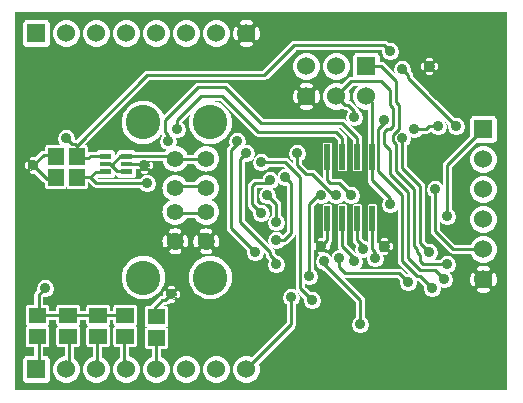
<source format=gbr>
G04 start of page 3 for group 1 idx 1 *
G04 Title: (unknown), solder *
G04 Creator: pcb 20091103 *
G04 CreationDate: Sun 20 Mar 2011 01:49:22 AM GMT UTC *
G04 For: gjhurlbu *
G04 Format: Gerber/RS-274X *
G04 PCB-Dimensions: 600000 500000 *
G04 PCB-Coordinate-Origin: lower left *
%MOIN*%
%FSLAX25Y25*%
%LNBACK*%
%ADD11C,0.0100*%
%ADD12C,0.0600*%
%ADD13C,0.0200*%
%ADD14C,0.0560*%
%ADD15C,0.1150*%
%ADD16C,0.0360*%
%ADD17R,0.0512X0.0512*%
%ADD19R,0.0200X0.0200*%
%ADD20C,0.0380*%
%ADD21C,0.0910*%
%ADD22R,0.0150X0.0150*%
G54D13*G36*
X112153Y341726D02*X112275Y341604D01*
X112243Y341486D01*
X112200Y341000D01*
X112243Y340514D01*
X112369Y340042D01*
X112490Y339782D01*
X112575Y339600D01*
X112855Y339200D01*
X113200Y338855D01*
X113600Y338575D01*
X114042Y338369D01*
X114514Y338243D01*
X115000Y338200D01*
X115486Y338243D01*
X115958Y338369D01*
X116400Y338575D01*
X116800Y338855D01*
X117145Y339200D01*
X117425Y339600D01*
X117631Y340042D01*
X117757Y340514D01*
X117800Y341000D01*
X117792Y341087D01*
X118500Y340379D01*
Y340000D01*
X118506Y339932D01*
Y339870D01*
X118517Y339807D01*
X118523Y339740D01*
X118540Y339677D01*
X118551Y339613D01*
X118572Y339556D01*
X118589Y339489D01*
X118590Y339487D01*
X118619Y339425D01*
X118640Y339367D01*
X118673Y339309D01*
X118701Y339250D01*
X118738Y339197D01*
X118771Y339140D01*
X118813Y339090D01*
X118851Y339036D01*
X118897Y338990D01*
X118939Y338940D01*
X119544Y338335D01*
X119476Y338189D01*
X119369Y337958D01*
X119243Y337486D01*
X119200Y337000D01*
X119243Y336514D01*
X119369Y336042D01*
X119575Y335600D01*
X119855Y335200D01*
X120200Y334855D01*
X120600Y334575D01*
X121042Y334369D01*
X121514Y334243D01*
X122000Y334200D01*
X122486Y334243D01*
X122958Y334369D01*
X123400Y334575D01*
X123800Y334855D01*
X124145Y335200D01*
X124425Y335600D01*
X124631Y336042D01*
X124757Y336514D01*
X124800Y337000D01*
X124757Y337486D01*
X124631Y337958D01*
X124425Y338400D01*
X124145Y338800D01*
X123800Y339145D01*
X123400Y339425D01*
X122958Y339631D01*
X122486Y339757D01*
X122352Y339769D01*
X121500Y340621D01*
Y341000D01*
X121494Y341068D01*
Y341131D01*
X121483Y341193D01*
X121477Y341260D01*
X121459Y341329D01*
X121448Y341389D01*
X121429Y341441D01*
X121410Y341513D01*
X121378Y341580D01*
X121359Y341634D01*
X121329Y341686D01*
X121299Y341750D01*
X121259Y341806D01*
X121228Y341861D01*
X121187Y341910D01*
X121149Y341964D01*
X121102Y342011D01*
X121060Y342061D01*
X120420Y342701D01*
X120600Y342575D01*
X121042Y342369D01*
X121514Y342243D01*
X122000Y342200D01*
X122486Y342243D01*
X122958Y342369D01*
X123400Y342575D01*
X123800Y342855D01*
X124145Y343200D01*
X124355Y343500D01*
X124583D01*
X124663Y343507D01*
X124714D01*
X124765Y343516D01*
X124811Y343520D01*
X124843Y343523D01*
X124919Y343543D01*
X124971Y343552D01*
X125022Y343570D01*
X125096Y343590D01*
X125163Y343621D01*
X125217Y343641D01*
X125263Y343668D01*
X125333Y343701D01*
X125394Y343743D01*
X125443Y343772D01*
X125487Y343809D01*
X125547Y343851D01*
X125599Y343903D01*
X125643Y343940D01*
X128068Y346365D01*
X128069Y346364D01*
X128116Y346420D01*
X128157Y346461D01*
X128190Y346508D01*
X128237Y346564D01*
X128274Y346628D01*
X128307Y346675D01*
X128333Y346730D01*
X128368Y346791D01*
X128391Y346853D01*
X128418Y346912D01*
X128435Y346975D01*
X128457Y347037D01*
X128470Y347109D01*
X128485Y347165D01*
X128490Y347221D01*
X128500Y347277D01*
Y329000D01*
X128506Y328932D01*
Y328870D01*
X128517Y328807D01*
X128523Y328740D01*
X128540Y328676D01*
X128551Y328613D01*
X128572Y328555D01*
X128590Y328487D01*
X128619Y328425D01*
X128640Y328367D01*
X128673Y328310D01*
X128701Y328250D01*
X128738Y328197D01*
X128746Y328183D01*
X128400Y328425D01*
X127958Y328631D01*
X127486Y328757D01*
X127000Y328800D01*
X126514Y328757D01*
X126042Y328631D01*
X125600Y328425D01*
X125200Y328145D01*
X124855Y327800D01*
X124575Y327400D01*
X124369Y326958D01*
X124243Y326486D01*
X124200Y326000D01*
X124243Y325514D01*
X124369Y325042D01*
X124575Y324600D01*
X124855Y324200D01*
X125200Y323855D01*
X125500Y323645D01*
Y317622D01*
X113926Y306048D01*
X113539Y306229D01*
X112781Y306432D01*
X112153Y306487D01*
Y341726D01*
G37*
G36*
X194613Y421000D02*X199000D01*
Y295000D01*
X194613D01*
Y329860D01*
X194708Y329882D01*
X194829Y329933D01*
X194938Y330005D01*
X195034Y330094D01*
X195113Y330198D01*
X195172Y330315D01*
X195314Y330722D01*
X195417Y331142D01*
X195479Y331569D01*
X195500Y332000D01*
X195479Y332432D01*
X195417Y332859D01*
X195314Y333279D01*
X195172Y333686D01*
X195171D01*
X195112Y333802D01*
X195033Y333907D01*
X194937Y333996D01*
X194828Y334067D01*
X194707Y334118D01*
X194613Y334139D01*
Y339344D01*
X194897Y339750D01*
X195229Y340461D01*
X195432Y341219D01*
X195500Y342000D01*
X195432Y342781D01*
X195229Y343539D01*
X194897Y344250D01*
X194613Y344656D01*
Y349344D01*
X194897Y349750D01*
X195229Y350461D01*
X195432Y351219D01*
X195500Y352000D01*
X195432Y352781D01*
X195229Y353539D01*
X194897Y354250D01*
X194613Y354656D01*
Y359344D01*
X194897Y359750D01*
X195229Y360461D01*
X195432Y361219D01*
X195500Y362000D01*
X195432Y362781D01*
X195229Y363539D01*
X194897Y364250D01*
X194613Y364656D01*
Y369344D01*
X194897Y369750D01*
X195229Y370461D01*
X195432Y371219D01*
X195500Y372000D01*
X195432Y372781D01*
X195229Y373539D01*
X194897Y374250D01*
X194613Y374656D01*
Y377637D01*
X194750Y377701D01*
X194964Y377851D01*
X195149Y378036D01*
X195299Y378250D01*
X195410Y378487D01*
X195477Y378740D01*
X195500Y379000D01*
Y385000D01*
X195477Y385260D01*
X195410Y385513D01*
X195299Y385750D01*
X195149Y385964D01*
X194964Y386149D01*
X194750Y386299D01*
X194613Y386363D01*
Y421000D01*
G37*
G36*
Y374656D02*X194447Y374893D01*
X193893Y375447D01*
X193250Y375897D01*
X192539Y376229D01*
X191781Y376432D01*
X191000Y376500D01*
Y377500D01*
X194000D01*
X194260Y377523D01*
X194513Y377590D01*
X194613Y377637D01*
Y374656D01*
G37*
G36*
Y364656D02*X194447Y364893D01*
X193893Y365447D01*
X193250Y365897D01*
X192539Y366229D01*
X191781Y366432D01*
X191000Y366500D01*
Y367500D01*
X191781Y367568D01*
X192539Y367771D01*
X193250Y368103D01*
X193893Y368553D01*
X194447Y369107D01*
X194613Y369344D01*
Y364656D01*
G37*
G36*
Y354656D02*X194447Y354893D01*
X193893Y355447D01*
X193250Y355897D01*
X192539Y356229D01*
X191781Y356432D01*
X191000Y356500D01*
Y357500D01*
X191781Y357568D01*
X192539Y357771D01*
X193250Y358103D01*
X193893Y358553D01*
X194447Y359107D01*
X194613Y359344D01*
Y354656D01*
G37*
G36*
Y344656D02*X194447Y344893D01*
X193893Y345447D01*
X193250Y345897D01*
X192539Y346229D01*
X191781Y346432D01*
X191000Y346500D01*
Y347500D01*
X191781Y347568D01*
X192539Y347771D01*
X193250Y348103D01*
X193893Y348553D01*
X194447Y349107D01*
X194613Y349344D01*
Y344656D01*
G37*
G36*
Y295000D02*X191000D01*
Y327500D01*
X191431Y327521D01*
X191858Y327583D01*
X192278Y327686D01*
X192685Y327828D01*
Y327829D01*
X192801Y327888D01*
X192906Y327967D01*
X192995Y328063D01*
X193066Y328172D01*
X193117Y328293D01*
X193146Y328420D01*
X193153Y328550D01*
X193137Y328680D01*
X193099Y328805D01*
X193040Y328921D01*
X192961Y329026D01*
X192865Y329115D01*
X192756Y329186D01*
X192635Y329237D01*
X192508Y329266D01*
X192378Y329273D01*
X192248Y329257D01*
X192123Y329219D01*
X191852Y329124D01*
X191572Y329056D01*
X191287Y329014D01*
X191000Y329000D01*
Y335000D01*
X191287Y334987D01*
X191572Y334945D01*
X191852Y334877D01*
X192123Y334782D01*
Y334781D01*
X192248Y334743D01*
X192378Y334727D01*
X192509Y334734D01*
X192636Y334763D01*
X192757Y334814D01*
X192866Y334886D01*
X192962Y334975D01*
X193041Y335079D01*
X193100Y335196D01*
X193138Y335321D01*
X193154Y335451D01*
X193147Y335582D01*
X193118Y335709D01*
X193067Y335830D01*
X192995Y335939D01*
X192906Y336035D01*
X192802Y336114D01*
X192685Y336173D01*
X192278Y336315D01*
X191858Y336418D01*
X191431Y336480D01*
X191000Y336500D01*
Y337500D01*
X191781Y337568D01*
X192539Y337771D01*
X193250Y338103D01*
X193893Y338553D01*
X194447Y339107D01*
X194613Y339344D01*
Y334139D01*
X194580Y334147D01*
X194450Y334154D01*
X194320Y334138D01*
X194195Y334100D01*
X194079Y334041D01*
X193974Y333962D01*
X193885Y333866D01*
X193814Y333757D01*
X193763Y333636D01*
X193734Y333509D01*
X193727Y333379D01*
X193743Y333249D01*
X193781Y333124D01*
X193876Y332853D01*
X193944Y332573D01*
X193986Y332288D01*
X194000Y332000D01*
X193986Y331713D01*
X193944Y331428D01*
X193876Y331148D01*
X193781Y330877D01*
X193780D01*
X193742Y330752D01*
X193726Y330622D01*
X193733Y330491D01*
X193762Y330364D01*
X193813Y330243D01*
X193885Y330134D01*
X193974Y330038D01*
X194078Y329959D01*
X194195Y329900D01*
X194320Y329862D01*
X194450Y329846D01*
X194581Y329853D01*
X194613Y329860D01*
Y295000D01*
G37*
G36*
X191000Y421000D02*X194613D01*
Y386363D01*
X194513Y386410D01*
X194260Y386477D01*
X194000Y386500D01*
X191000D01*
Y421000D01*
G37*
G36*
Y376500D02*X190219Y376432D01*
X189461Y376229D01*
X188750Y375897D01*
X188107Y375447D01*
X187553Y374893D01*
X187387Y374656D01*
Y376267D01*
X188620Y377500D01*
X191000D01*
Y376500D01*
G37*
G36*
Y366500D02*X190219Y366432D01*
X189461Y366229D01*
X188750Y365897D01*
X188107Y365447D01*
X187553Y364893D01*
X187387Y364656D01*
Y369344D01*
X187553Y369107D01*
X188107Y368553D01*
X188750Y368103D01*
X189461Y367771D01*
X190219Y367568D01*
X191000Y367500D01*
Y366500D01*
G37*
G36*
Y356500D02*X190219Y356432D01*
X189461Y356229D01*
X188750Y355897D01*
X188107Y355447D01*
X187553Y354893D01*
X187387Y354656D01*
Y359344D01*
X187553Y359107D01*
X188107Y358553D01*
X188750Y358103D01*
X189461Y357771D01*
X190219Y357568D01*
X191000Y357500D01*
Y356500D01*
G37*
G36*
Y346500D02*X190219Y346432D01*
X189461Y346229D01*
X188750Y345897D01*
X188107Y345447D01*
X187553Y344893D01*
X187387Y344656D01*
Y349344D01*
X187553Y349107D01*
X188107Y348553D01*
X188750Y348103D01*
X189461Y347771D01*
X190219Y347568D01*
X191000Y347500D01*
Y346500D01*
G37*
G36*
Y295000D02*X187387D01*
Y329861D01*
X187419Y329854D01*
X187549Y329847D01*
X187679Y329863D01*
X187804Y329901D01*
X187920Y329960D01*
X188025Y330039D01*
X188114Y330135D01*
X188185Y330244D01*
X188236Y330365D01*
X188265Y330492D01*
X188272Y330622D01*
X188256Y330752D01*
X188218Y330877D01*
X188123Y331148D01*
X188055Y331428D01*
X188013Y331713D01*
X188000Y332001D01*
X188013Y332288D01*
X188055Y332573D01*
X188123Y332853D01*
X188218Y333124D01*
X188219D01*
X188257Y333249D01*
X188273Y333379D01*
X188266Y333510D01*
X188237Y333637D01*
X188186Y333758D01*
X188114Y333867D01*
X188025Y333963D01*
X187921Y334042D01*
X187804Y334101D01*
X187679Y334139D01*
X187549Y334155D01*
X187418Y334148D01*
X187387Y334141D01*
Y339344D01*
X187553Y339107D01*
X188107Y338553D01*
X188750Y338103D01*
X189461Y337771D01*
X190219Y337568D01*
X191000Y337500D01*
Y336500D01*
X190568Y336480D01*
X190141Y336418D01*
X189721Y336315D01*
X189314Y336173D01*
Y336172D01*
X189198Y336113D01*
X189093Y336034D01*
X189004Y335938D01*
X188933Y335829D01*
X188882Y335708D01*
X188853Y335581D01*
X188846Y335451D01*
X188862Y335321D01*
X188900Y335196D01*
X188959Y335080D01*
X189038Y334975D01*
X189134Y334886D01*
X189243Y334815D01*
X189364Y334764D01*
X189491Y334735D01*
X189621Y334728D01*
X189751Y334744D01*
X189876Y334782D01*
X190147Y334877D01*
X190427Y334945D01*
X190712Y334987D01*
X191000Y335000D01*
Y329000D01*
X190999D01*
X190712Y329014D01*
X190427Y329056D01*
X190147Y329124D01*
X189876Y329219D01*
Y329220D01*
X189751Y329258D01*
X189621Y329274D01*
X189490Y329267D01*
X189363Y329238D01*
X189242Y329187D01*
X189133Y329115D01*
X189037Y329026D01*
X188958Y328922D01*
X188899Y328805D01*
X188861Y328680D01*
X188845Y328550D01*
X188852Y328419D01*
X188881Y328292D01*
X188932Y328171D01*
X189004Y328062D01*
X189093Y327966D01*
X189197Y327887D01*
X189314Y327828D01*
X189721Y327686D01*
X190141Y327583D01*
X190568Y327521D01*
X190999Y327500D01*
X191000D01*
Y295000D01*
G37*
G36*
X187387Y421000D02*X191000D01*
Y386500D01*
X188000D01*
X187740Y386477D01*
X187487Y386410D01*
X187387Y386363D01*
Y421000D01*
G37*
G36*
Y344656D02*X187103Y344250D01*
X186771Y343539D01*
X186761Y343500D01*
X181621D01*
X176500Y348621D01*
Y351761D01*
X176575Y351600D01*
X176855Y351200D01*
X177200Y350855D01*
X177600Y350575D01*
X178042Y350369D01*
X178514Y350243D01*
X179000Y350200D01*
X179486Y350243D01*
X179958Y350369D01*
X180400Y350575D01*
X180800Y350855D01*
X181145Y351200D01*
X181425Y351600D01*
X181631Y352042D01*
X181757Y352514D01*
X181800Y353000D01*
X181757Y353486D01*
X181631Y353958D01*
X181425Y354400D01*
X181145Y354800D01*
X180800Y355145D01*
X180500Y355355D01*
Y369380D01*
X187387Y376267D01*
Y374656D01*
X187103Y374250D01*
X186771Y373539D01*
X186568Y372781D01*
X186500Y372000D01*
X186568Y371219D01*
X186771Y370461D01*
X187103Y369750D01*
X187387Y369344D01*
Y364656D01*
X187103Y364250D01*
X186771Y363539D01*
X186568Y362781D01*
X186500Y362000D01*
X186568Y361219D01*
X186771Y360461D01*
X187103Y359750D01*
X187387Y359344D01*
Y354656D01*
X187103Y354250D01*
X186771Y353539D01*
X186568Y352781D01*
X186500Y352000D01*
X186568Y351219D01*
X186771Y350461D01*
X187103Y349750D01*
X187387Y349344D01*
Y344656D01*
G37*
G36*
Y295000D02*X175231D01*
Y326496D01*
X175400Y326575D01*
X175800Y326855D01*
X176145Y327200D01*
X176425Y327600D01*
X176631Y328042D01*
X176757Y328514D01*
X176800Y329000D01*
X176757Y329486D01*
X176752Y329504D01*
X177042Y329369D01*
X177514Y329243D01*
X178000Y329200D01*
X178486Y329243D01*
X178958Y329369D01*
X179400Y329575D01*
X179800Y329855D01*
X180145Y330200D01*
X180425Y330600D01*
X180631Y331042D01*
X180757Y331514D01*
X180800Y332000D01*
X180757Y332486D01*
X180631Y332958D01*
X180425Y333400D01*
X180145Y333800D01*
X179800Y334145D01*
X179612Y334277D01*
X179958Y334369D01*
X180400Y334575D01*
X180800Y334855D01*
X181145Y335200D01*
X181425Y335600D01*
X181631Y336042D01*
X181757Y336514D01*
X181800Y337000D01*
X181757Y337486D01*
X181631Y337958D01*
X181425Y338400D01*
X181145Y338800D01*
X180800Y339145D01*
X180400Y339425D01*
X179958Y339631D01*
X179486Y339757D01*
X179000Y339800D01*
X178514Y339757D01*
X178042Y339631D01*
X177600Y339425D01*
X177200Y339145D01*
X176855Y338800D01*
X176645Y338500D01*
X175231D01*
Y339323D01*
X175425Y339600D01*
X175631Y340042D01*
X175757Y340514D01*
X175800Y341000D01*
X175757Y341486D01*
X175631Y341958D01*
X175425Y342400D01*
X175231Y342677D01*
Y345648D01*
X179940Y340939D01*
X179990Y340897D01*
X180036Y340851D01*
X180089Y340814D01*
X180140Y340771D01*
X180197Y340738D01*
X180250Y340701D01*
X180310Y340673D01*
X180367Y340640D01*
X180425Y340619D01*
X180487Y340590D01*
X180555Y340572D01*
X180613Y340551D01*
X180676Y340540D01*
X180740Y340523D01*
X180807Y340517D01*
X180870Y340506D01*
X180932D01*
X181000Y340500D01*
X186761D01*
X186771Y340461D01*
X187103Y339750D01*
X187387Y339344D01*
Y334141D01*
X187291Y334119D01*
X187170Y334068D01*
X187061Y333996D01*
X186965Y333907D01*
X186886Y333803D01*
X186827Y333686D01*
X186685Y333279D01*
X186582Y332859D01*
X186520Y332432D01*
X186500Y332001D01*
X186520Y331569D01*
X186582Y331142D01*
X186685Y330722D01*
X186827Y330315D01*
X186828D01*
X186887Y330199D01*
X186966Y330094D01*
X187062Y330005D01*
X187171Y329934D01*
X187292Y329883D01*
X187387Y329861D01*
Y295000D01*
G37*
G36*
X175231Y421000D02*X187387D01*
Y386363D01*
X187250Y386299D01*
X187036Y386149D01*
X186851Y385964D01*
X186701Y385750D01*
X186590Y385513D01*
X186523Y385260D01*
X186500Y385000D01*
Y379622D01*
X177939Y371061D01*
X177940Y371060D01*
X177903Y371016D01*
X177851Y370964D01*
X177809Y370904D01*
X177772Y370860D01*
X177743Y370810D01*
X177701Y370750D01*
X177671Y370686D01*
X177641Y370634D01*
X177621Y370579D01*
X177590Y370513D01*
X177571Y370440D01*
X177552Y370388D01*
X177542Y370333D01*
X177523Y370260D01*
X177516Y370185D01*
X177507Y370131D01*
Y370079D01*
X177500Y370000D01*
Y363239D01*
X177425Y363400D01*
X177145Y363800D01*
X176800Y364145D01*
X176400Y364425D01*
X175958Y364631D01*
X175486Y364757D01*
X175231Y364780D01*
Y380319D01*
X175514Y380243D01*
X176000Y380200D01*
X176486Y380243D01*
X176958Y380369D01*
X177400Y380575D01*
X177800Y380855D01*
X178145Y381200D01*
X178425Y381600D01*
X178631Y382042D01*
X178757Y382514D01*
X178800Y383000D01*
X178757Y383486D01*
X178631Y383958D01*
X178425Y384400D01*
X178299Y384580D01*
X179275Y383604D01*
X179243Y383486D01*
X179200Y383000D01*
X179243Y382514D01*
X179369Y382042D01*
X179575Y381600D01*
X179855Y381200D01*
X180200Y380855D01*
X180600Y380575D01*
X181042Y380369D01*
X181514Y380243D01*
X182000Y380200D01*
X182486Y380243D01*
X182958Y380369D01*
X183400Y380575D01*
X183800Y380855D01*
X184145Y381200D01*
X184425Y381600D01*
X184631Y382042D01*
X184757Y382514D01*
X184800Y383000D01*
X184757Y383486D01*
X184631Y383958D01*
X184425Y384400D01*
X184145Y384800D01*
X183800Y385145D01*
X183400Y385425D01*
X182958Y385631D01*
X182486Y385757D01*
X182000Y385800D01*
X181514Y385757D01*
X181396Y385725D01*
X175231Y391890D01*
Y401720D01*
X175248Y401721D01*
X175332Y401744D01*
X175411Y401781D01*
X175483Y401831D01*
X175544Y401893D01*
X175594Y401964D01*
X175631Y402043D01*
X175704Y402276D01*
X175757Y402514D01*
X175789Y402756D01*
X175800Y403000D01*
X175789Y403245D01*
X175757Y403487D01*
X175704Y403725D01*
X175631Y403958D01*
X175594Y404037D01*
X175544Y404108D01*
X175483Y404170D01*
X175411Y404220D01*
X175332Y404257D01*
X175248Y404280D01*
X175231Y404281D01*
Y421000D01*
G37*
G36*
Y364780D02*X175000Y364800D01*
X174514Y364757D01*
X174042Y364631D01*
X173600Y364425D01*
X173200Y364145D01*
X173000Y363945D01*
Y380887D01*
X173016Y380903D01*
X173060Y380940D01*
X173620Y381500D01*
X173645D01*
X173855Y381200D01*
X174200Y380855D01*
X174600Y380575D01*
X175042Y380369D01*
X175231Y380319D01*
Y364780D01*
G37*
G36*
Y342677D02*X175145Y342800D01*
X174800Y343145D01*
X174400Y343425D01*
X173958Y343631D01*
X173486Y343757D01*
X173000Y343800D01*
Y360055D01*
X173200Y359855D01*
X173500Y359645D01*
Y348000D01*
X173506Y347932D01*
Y347870D01*
X173517Y347807D01*
X173523Y347740D01*
X173540Y347676D01*
X173551Y347613D01*
X173572Y347555D01*
X173590Y347487D01*
X173619Y347425D01*
X173640Y347367D01*
X173673Y347310D01*
X173701Y347250D01*
X173738Y347197D01*
X173771Y347140D01*
X173814Y347089D01*
X173851Y347036D01*
X173897Y346990D01*
X173939Y346940D01*
X175231Y345648D01*
Y342677D01*
G37*
G36*
Y338500D02*X174239D01*
X174400Y338575D01*
X174800Y338855D01*
X175145Y339200D01*
X175231Y339323D01*
Y338500D01*
G37*
G36*
Y295000D02*X173000D01*
Y326389D01*
X173042Y326369D01*
X173514Y326243D01*
X174000Y326200D01*
X174486Y326243D01*
X174958Y326369D01*
X175231Y326496D01*
Y295000D01*
G37*
G36*
X173000Y421000D02*X175231D01*
Y404281D01*
X175161Y404287D01*
X175074Y404280D01*
X174990Y404257D01*
X174911Y404220D01*
X174840Y404170D01*
X174778Y404109D01*
X174728Y404037D01*
X174691Y403958D01*
X174668Y403874D01*
X174661Y403787D01*
X174668Y403700D01*
X174691Y403616D01*
X174738Y403466D01*
X174772Y403313D01*
X174793Y403157D01*
X174800Y403000D01*
X174793Y402844D01*
X174772Y402688D01*
X174738Y402535D01*
X174691Y402385D01*
X174668Y402301D01*
X174661Y402214D01*
X174668Y402127D01*
X174691Y402043D01*
X174728Y401964D01*
X174778Y401892D01*
X174840Y401831D01*
X174911Y401781D01*
X174990Y401744D01*
X175074Y401721D01*
X175161Y401714D01*
X175231Y401720D01*
Y391890D01*
X173000Y394121D01*
Y400200D01*
X173244Y400211D01*
X173486Y400243D01*
X173724Y400296D01*
X173957Y400369D01*
X174036Y400406D01*
X174107Y400456D01*
X174169Y400517D01*
X174219Y400589D01*
X174256Y400668D01*
X174279Y400752D01*
X174286Y400839D01*
X174279Y400926D01*
X174256Y401010D01*
X174219Y401089D01*
X174169Y401160D01*
X174108Y401222D01*
X174036Y401272D01*
X173957Y401309D01*
X173873Y401332D01*
X173786Y401339D01*
X173699Y401332D01*
X173615Y401309D01*
X173465Y401262D01*
X173312Y401228D01*
X173156Y401207D01*
X173000Y401200D01*
Y404800D01*
X173156Y404794D01*
X173312Y404773D01*
X173465Y404739D01*
X173615Y404692D01*
X173699Y404669D01*
X173786Y404662D01*
X173873Y404669D01*
X173957Y404692D01*
X174036Y404729D01*
X174108Y404779D01*
X174169Y404841D01*
X174219Y404912D01*
X174256Y404991D01*
X174279Y405075D01*
X174286Y405162D01*
X174279Y405249D01*
X174256Y405333D01*
X174219Y405412D01*
X174169Y405484D01*
X174107Y405545D01*
X174036Y405595D01*
X173957Y405632D01*
X173724Y405705D01*
X173486Y405758D01*
X173244Y405790D01*
X173000Y405800D01*
Y421000D01*
G37*
G36*
Y343800D02*X172514Y343757D01*
X172396Y343725D01*
X171500Y344621D01*
Y363000D01*
X171494Y363068D01*
Y363131D01*
X171483Y363194D01*
X171477Y363260D01*
X171459Y363329D01*
X171448Y363389D01*
X171429Y363442D01*
X171410Y363513D01*
X171379Y363580D01*
X171359Y363634D01*
X171329Y363686D01*
X171299Y363750D01*
X171260Y363806D01*
X171228Y363861D01*
X171184Y363914D01*
X171149Y363964D01*
X171103Y364010D01*
X171060Y364061D01*
X170769Y364352D01*
Y380500D01*
X172000D01*
X172080Y380507D01*
X172131D01*
X172184Y380516D01*
X172260Y380523D01*
X172338Y380544D01*
X172388Y380552D01*
X172439Y380570D01*
X172513Y380590D01*
X172583Y380623D01*
X172634Y380641D01*
X172682Y380669D01*
X172750Y380701D01*
X172811Y380743D01*
X172860Y380772D01*
X172904Y380809D01*
X172964Y380851D01*
X173000Y380887D01*
Y363945D01*
X172855Y363800D01*
X172575Y363400D01*
X172369Y362958D01*
X172243Y362486D01*
X172200Y362000D01*
X172243Y361514D01*
X172369Y361042D01*
X172575Y360600D01*
X172855Y360200D01*
X173000Y360055D01*
Y343800D01*
G37*
G36*
Y295000D02*X170769D01*
Y330110D01*
X171275Y329604D01*
X171243Y329486D01*
X171200Y329000D01*
X171243Y328514D01*
X171369Y328042D01*
X171575Y327600D01*
X171855Y327200D01*
X172200Y326855D01*
X172600Y326575D01*
X173000Y326389D01*
Y295000D01*
G37*
G36*
X170769Y421000D02*X173000D01*
Y405800D01*
X172755Y405790D01*
X172513Y405758D01*
X172275Y405705D01*
X172042Y405632D01*
X171963Y405595D01*
X171892Y405545D01*
X171830Y405484D01*
X171780Y405412D01*
X171743Y405333D01*
X171720Y405249D01*
X171713Y405162D01*
X171720Y405075D01*
X171743Y404991D01*
X171780Y404912D01*
X171830Y404841D01*
X171891Y404779D01*
X171963Y404729D01*
X172042Y404692D01*
X172126Y404669D01*
X172213Y404662D01*
X172300Y404669D01*
X172384Y404692D01*
X172534Y404739D01*
X172687Y404773D01*
X172843Y404794D01*
X173000Y404800D01*
Y401200D01*
X172999D01*
X172843Y401207D01*
X172687Y401228D01*
X172534Y401262D01*
X172384Y401309D01*
X172300Y401332D01*
X172213Y401339D01*
X172126Y401332D01*
X172042Y401309D01*
X171963Y401272D01*
X171891Y401222D01*
X171830Y401160D01*
X171780Y401089D01*
X171743Y401010D01*
X171720Y400926D01*
X171713Y400839D01*
X171720Y400752D01*
X171743Y400668D01*
X171780Y400589D01*
X171830Y400517D01*
X171892Y400456D01*
X171963Y400406D01*
X172042Y400369D01*
X172275Y400296D01*
X172513Y400243D01*
X172755Y400211D01*
X172999Y400200D01*
X173000D01*
Y394121D01*
X170769Y396352D01*
Y401720D01*
X170838Y401714D01*
X170925Y401721D01*
X171009Y401744D01*
X171088Y401781D01*
X171159Y401831D01*
X171221Y401892D01*
X171271Y401964D01*
X171308Y402043D01*
X171331Y402127D01*
X171338Y402214D01*
X171331Y402301D01*
X171308Y402385D01*
X171261Y402535D01*
X171227Y402688D01*
X171206Y402844D01*
X171200Y403001D01*
X171206Y403157D01*
X171227Y403313D01*
X171261Y403466D01*
X171308Y403616D01*
X171331Y403700D01*
X171338Y403787D01*
X171331Y403874D01*
X171308Y403958D01*
X171271Y404037D01*
X171221Y404109D01*
X171159Y404170D01*
X171088Y404220D01*
X171009Y404257D01*
X170925Y404280D01*
X170838Y404287D01*
X170769Y404281D01*
Y421000D01*
G37*
G36*
Y364352D02*X165500Y369621D01*
Y376645D01*
X165800Y376855D01*
X166145Y377200D01*
X166425Y377600D01*
X166631Y378042D01*
X166757Y378514D01*
X166800Y379000D01*
X166757Y379486D01*
X166752Y379504D01*
X167042Y379369D01*
X167514Y379243D01*
X168000Y379200D01*
X168486Y379243D01*
X168958Y379369D01*
X169400Y379575D01*
X169800Y379855D01*
X170145Y380200D01*
X170355Y380500D01*
X170769D01*
Y364352D01*
G37*
G36*
X160231Y354220D02*X160486Y354243D01*
X160958Y354369D01*
X161400Y354575D01*
X161800Y354855D01*
X162145Y355200D01*
X162425Y355600D01*
X162500Y355761D01*
Y338000D01*
X162506Y337932D01*
Y337870D01*
X162517Y337807D01*
X162523Y337740D01*
X162540Y337675D01*
X162551Y337613D01*
X162571Y337559D01*
X162572Y337555D01*
X162590Y337487D01*
X162619Y337424D01*
X162640Y337367D01*
X162672Y337311D01*
X162701Y337250D01*
X162738Y337197D01*
X162771Y337140D01*
X162813Y337090D01*
X162851Y337036D01*
X162897Y336990D01*
X162939Y336940D01*
X166087Y333792D01*
X166000Y333800D01*
X165514Y333757D01*
X165396Y333725D01*
X164061Y335060D01*
X164010Y335103D01*
X163964Y335149D01*
X163909Y335188D01*
X163861Y335228D01*
X163805Y335261D01*
X163750Y335299D01*
X163687Y335329D01*
X163634Y335359D01*
X163579Y335379D01*
X163513Y335410D01*
X163445Y335428D01*
X163389Y335448D01*
X163329Y335459D01*
X163260Y335477D01*
X163193Y335483D01*
X163131Y335494D01*
X163068D01*
X163000Y335500D01*
X160231D01*
Y341720D01*
X160248Y341721D01*
X160332Y341744D01*
X160411Y341781D01*
X160483Y341831D01*
X160544Y341893D01*
X160594Y341964D01*
X160631Y342043D01*
X160704Y342276D01*
X160757Y342514D01*
X160789Y342756D01*
X160800Y343000D01*
X160789Y343245D01*
X160757Y343487D01*
X160704Y343725D01*
X160631Y343958D01*
X160594Y344037D01*
X160544Y344108D01*
X160483Y344170D01*
X160411Y344220D01*
X160332Y344257D01*
X160248Y344280D01*
X160231Y344281D01*
Y354220D01*
G37*
G36*
X158000Y355055D02*X158200Y354855D01*
X158600Y354575D01*
X159042Y354369D01*
X159514Y354243D01*
X160000Y354200D01*
X160231Y354220D01*
Y344281D01*
X160161Y344287D01*
X160074Y344280D01*
X159990Y344257D01*
X159911Y344220D01*
X159840Y344170D01*
X159778Y344109D01*
X159728Y344037D01*
X159691Y343958D01*
X159668Y343874D01*
X159661Y343787D01*
X159668Y343700D01*
X159691Y343616D01*
X159738Y343466D01*
X159772Y343313D01*
X159793Y343157D01*
X159800Y343000D01*
X159793Y342844D01*
X159772Y342688D01*
X159738Y342535D01*
X159691Y342385D01*
X159668Y342301D01*
X159661Y342214D01*
X159668Y342127D01*
X159691Y342043D01*
X159728Y341964D01*
X159778Y341892D01*
X159840Y341831D01*
X159911Y341781D01*
X159990Y341744D01*
X160074Y341721D01*
X160161Y341714D01*
X160231Y341720D01*
Y335500D01*
X158000D01*
Y340200D01*
X158244Y340211D01*
X158486Y340243D01*
X158724Y340296D01*
X158957Y340369D01*
X159036Y340406D01*
X159107Y340456D01*
X159169Y340517D01*
X159219Y340589D01*
X159256Y340668D01*
X159279Y340752D01*
X159286Y340839D01*
X159279Y340926D01*
X159256Y341010D01*
X159219Y341089D01*
X159169Y341160D01*
X159108Y341222D01*
X159036Y341272D01*
X158957Y341309D01*
X158873Y341332D01*
X158786Y341339D01*
X158699Y341332D01*
X158615Y341309D01*
X158465Y341262D01*
X158312Y341228D01*
X158156Y341207D01*
X158000Y341200D01*
Y344800D01*
X158156Y344794D01*
X158312Y344773D01*
X158465Y344739D01*
X158615Y344692D01*
X158699Y344669D01*
X158786Y344662D01*
X158873Y344669D01*
X158957Y344692D01*
X159036Y344729D01*
X159108Y344779D01*
X159169Y344841D01*
X159219Y344912D01*
X159256Y344991D01*
X159279Y345075D01*
X159286Y345162D01*
X159279Y345249D01*
X159256Y345333D01*
X159219Y345412D01*
X159169Y345484D01*
X159107Y345545D01*
X159036Y345595D01*
X158957Y345632D01*
X158724Y345705D01*
X158486Y345758D01*
X158244Y345790D01*
X158000Y345800D01*
Y355055D01*
G37*
G36*
Y335500D02*X149239D01*
X149400Y335575D01*
X149800Y335855D01*
X150145Y336200D01*
X150425Y336600D01*
X150631Y337042D01*
X150757Y337514D01*
X150800Y338000D01*
X150757Y338486D01*
X150631Y338958D01*
X150496Y339248D01*
X150514Y339243D01*
X151000Y339200D01*
X151486Y339243D01*
X151958Y339369D01*
X152248Y339504D01*
X152243Y339486D01*
X152200Y339000D01*
X152243Y338514D01*
X152369Y338042D01*
X152575Y337600D01*
X152855Y337200D01*
X153200Y336855D01*
X153600Y336575D01*
X154042Y336369D01*
X154514Y336243D01*
X155000Y336200D01*
X155486Y336243D01*
X155958Y336369D01*
X156400Y336575D01*
X156800Y336855D01*
X157145Y337200D01*
X157425Y337600D01*
X157631Y338042D01*
X157757Y338514D01*
X157800Y339000D01*
X157757Y339486D01*
X157631Y339958D01*
X157496Y340247D01*
X157513Y340243D01*
X157755Y340211D01*
X157999Y340200D01*
X158000D01*
Y335500D01*
G37*
G36*
X138004Y357390D02*X138400Y357575D01*
X138800Y357855D01*
X139145Y358200D01*
X139190Y358264D01*
X139425Y358600D01*
X139500Y358761D01*
X139575Y358600D01*
X139855Y358200D01*
X140200Y357855D01*
X140600Y357575D01*
X141042Y357369D01*
X141514Y357243D01*
X142000Y357200D01*
X142486Y357243D01*
X142958Y357369D01*
X143400Y357575D01*
X143800Y357855D01*
X144145Y358200D01*
X144425Y358600D01*
X144500Y358761D01*
X144575Y358600D01*
X144855Y358200D01*
X145200Y357855D01*
X145600Y357575D01*
X146042Y357369D01*
X146514Y357243D01*
X147000Y357200D01*
X147486Y357243D01*
X147958Y357369D01*
X148400Y357575D01*
X148800Y357855D01*
X149145Y358200D01*
X149425Y358600D01*
X149631Y359042D01*
X149757Y359514D01*
X149800Y360000D01*
X149757Y360486D01*
X149631Y360958D01*
X149425Y361400D01*
X149145Y361800D01*
X148800Y362145D01*
X148400Y362425D01*
X147958Y362631D01*
X147486Y362757D01*
X147000Y362800D01*
X146514Y362757D01*
X146396Y362725D01*
X144061Y365060D01*
X144011Y365102D01*
X143964Y365149D01*
X143909Y365187D01*
X143861Y365228D01*
X143806Y365260D01*
X143750Y365299D01*
X143686Y365329D01*
X143634Y365359D01*
X143580Y365379D01*
X143513Y365410D01*
X143441Y365429D01*
X143389Y365448D01*
X143329Y365459D01*
X143260Y365477D01*
X143194Y365483D01*
X143131Y365494D01*
X143068D01*
X143000Y365500D01*
X140621D01*
X140500Y365621D01*
Y377000D01*
X140492Y377087D01*
X140470Y377171D01*
X140433Y377250D01*
X140383Y377321D01*
X140321Y377383D01*
X140250Y377433D01*
X140171Y377470D01*
X140087Y377492D01*
X140000Y377500D01*
X138004D01*
Y379500D01*
X141379D01*
X142500Y378379D01*
Y368500D01*
X142508Y368413D01*
X142530Y368329D01*
X142567Y368250D01*
X142617Y368179D01*
X142679Y368117D01*
X142750Y368067D01*
X142829Y368030D01*
X142913Y368008D01*
X143000Y368000D01*
X145000D01*
X145087Y368008D01*
X145171Y368030D01*
X145250Y368067D01*
X145321Y368117D01*
X145383Y368179D01*
X145433Y368250D01*
X145470Y368329D01*
X145492Y368413D01*
X145500Y368500D01*
Y379000D01*
X145494Y379068D01*
Y379131D01*
X145483Y379192D01*
X145477Y379260D01*
X145458Y379331D01*
X145448Y379389D01*
X145429Y379443D01*
X145410Y379513D01*
X145379Y379580D01*
X145359Y379634D01*
X145329Y379686D01*
X145299Y379750D01*
X145260Y379806D01*
X145228Y379861D01*
X145187Y379909D01*
X145149Y379964D01*
X145102Y380011D01*
X145060Y380061D01*
X143061Y382060D01*
X143011Y382102D01*
X142964Y382149D01*
X142911Y382186D01*
X142861Y382228D01*
X142805Y382260D01*
X142750Y382299D01*
X142685Y382330D01*
X142634Y382359D01*
X142580Y382379D01*
X142513Y382410D01*
X142441Y382429D01*
X142389Y382448D01*
X142329Y382459D01*
X142260Y382477D01*
X142194Y382483D01*
X142131Y382494D01*
X142068D01*
X142000Y382500D01*
X143379D01*
X147500Y378379D01*
Y368500D01*
X147508Y368413D01*
X147530Y368329D01*
X147567Y368250D01*
X147617Y368179D01*
X147679Y368117D01*
X147750Y368067D01*
X147829Y368030D01*
X147913Y368008D01*
X148000Y368000D01*
X150000D01*
X150087Y368008D01*
X150171Y368030D01*
X150250Y368067D01*
X150321Y368117D01*
X150383Y368179D01*
X150433Y368250D01*
X150470Y368329D01*
X150492Y368413D01*
X150500Y368500D01*
Y379000D01*
X150494Y379068D01*
Y379131D01*
X150483Y379194D01*
X150477Y379260D01*
X150459Y379329D01*
X150448Y379389D01*
X150429Y379441D01*
X150410Y379513D01*
X150379Y379580D01*
X150359Y379634D01*
X150329Y379686D01*
X150299Y379750D01*
X150260Y379806D01*
X150228Y379861D01*
X150187Y379909D01*
X150149Y379964D01*
X150102Y380011D01*
X150060Y380061D01*
X146420Y383701D01*
X146600Y383575D01*
X147042Y383369D01*
X147514Y383243D01*
X148000Y383200D01*
X148486Y383243D01*
X148958Y383369D01*
X149400Y383575D01*
X149800Y383855D01*
X150145Y384200D01*
X150425Y384600D01*
X150631Y385042D01*
X150757Y385514D01*
X150800Y386000D01*
X150757Y386486D01*
X150631Y386958D01*
X150425Y387400D01*
X150145Y387800D01*
X149800Y388145D01*
X149447Y388392D01*
X149429Y388442D01*
X149410Y388513D01*
X149379Y388579D01*
X149359Y388634D01*
X149329Y388686D01*
X149299Y388750D01*
X149259Y388806D01*
X149228Y388861D01*
X149187Y388910D01*
X149149Y388964D01*
X149102Y389011D01*
X149060Y389061D01*
X147061Y391060D01*
X147011Y391102D01*
X146964Y391149D01*
X146910Y391187D01*
X146861Y391228D01*
X146806Y391259D01*
X146750Y391299D01*
X146686Y391329D01*
X146634Y391359D01*
X146580Y391378D01*
X146513Y391410D01*
X146441Y391429D01*
X146389Y391448D01*
X146328Y391459D01*
X146260Y391477D01*
X146234Y391479D01*
X146432Y392219D01*
X146500Y393000D01*
X146432Y393781D01*
X146229Y394539D01*
X146048Y394928D01*
X147620Y396500D01*
X149183D01*
X149107Y396447D01*
X148553Y395893D01*
X148103Y395250D01*
X147771Y394539D01*
X147568Y393781D01*
X147500Y393000D01*
X147568Y392219D01*
X147771Y391461D01*
X148103Y390750D01*
X148553Y390107D01*
X149107Y389553D01*
X149750Y389103D01*
X150461Y388771D01*
X151219Y388568D01*
X152000Y388500D01*
X152500Y388543D01*
Y365000D01*
X152506Y364932D01*
Y364870D01*
X152517Y364807D01*
X152523Y364740D01*
X152540Y364676D01*
X152551Y364613D01*
X152572Y364555D01*
X152590Y364487D01*
X152619Y364425D01*
X152640Y364367D01*
X152673Y364310D01*
X152701Y364250D01*
X152738Y364197D01*
X152771Y364140D01*
X152814Y364089D01*
X152851Y364036D01*
X152897Y363990D01*
X152939Y363940D01*
X157967Y358912D01*
X157855Y358800D01*
X157575Y358400D01*
X157369Y357958D01*
X157243Y357486D01*
X157200Y357000D01*
X157243Y356514D01*
X157369Y356042D01*
X157575Y355600D01*
X157855Y355200D01*
X158000Y355055D01*
Y345800D01*
X157755Y345790D01*
X157513Y345758D01*
X157275Y345705D01*
X157042Y345632D01*
X156963Y345595D01*
X156892Y345545D01*
X156830Y345484D01*
X156780Y345412D01*
X156743Y345333D01*
X156720Y345249D01*
X156713Y345162D01*
X156720Y345075D01*
X156743Y344991D01*
X156780Y344912D01*
X156830Y344841D01*
X156891Y344779D01*
X156963Y344729D01*
X157042Y344692D01*
X157126Y344669D01*
X157213Y344662D01*
X157300Y344669D01*
X157384Y344692D01*
X157534Y344739D01*
X157687Y344773D01*
X157843Y344794D01*
X158000Y344800D01*
Y341200D01*
X157999D01*
X157843Y341207D01*
X157687Y341228D01*
X157534Y341262D01*
X157384Y341309D01*
X157300Y341332D01*
X157213Y341339D01*
X157126Y341332D01*
X157042Y341309D01*
X156963Y341272D01*
X156891Y341222D01*
X156830Y341160D01*
X156811Y341134D01*
X156800Y341145D01*
X156447Y341392D01*
X156429Y341442D01*
X156410Y341513D01*
X156379Y341579D01*
X156359Y341634D01*
X156329Y341686D01*
X156299Y341750D01*
X156261Y341804D01*
X156228Y341861D01*
X156211Y341882D01*
X156221Y341892D01*
X156271Y341964D01*
X156308Y342043D01*
X156331Y342127D01*
X156338Y342214D01*
X156331Y342301D01*
X156308Y342385D01*
X156261Y342535D01*
X156227Y342688D01*
X156206Y342844D01*
X156200Y343001D01*
X156206Y343157D01*
X156227Y343313D01*
X156261Y343466D01*
X156308Y343616D01*
X156331Y343700D01*
X156338Y343787D01*
X156331Y343874D01*
X156308Y343958D01*
X156271Y344037D01*
X156221Y344109D01*
X156159Y344170D01*
X156088Y344220D01*
X156009Y344257D01*
X155925Y344280D01*
X155838Y344287D01*
X155751Y344280D01*
X155667Y344257D01*
X155588Y344220D01*
X155516Y344170D01*
X155500Y344154D01*
Y356500D01*
X155492Y356587D01*
X155470Y356671D01*
X155433Y356750D01*
X155383Y356821D01*
X155321Y356883D01*
X155250Y356933D01*
X155171Y356970D01*
X155087Y356992D01*
X155000Y357000D01*
X153000D01*
X152913Y356992D01*
X152829Y356970D01*
X152750Y356933D01*
X152679Y356883D01*
X152617Y356821D01*
X152567Y356750D01*
X152530Y356671D01*
X152508Y356587D01*
X152500Y356500D01*
Y344355D01*
X152400Y344425D01*
X151958Y344631D01*
X151486Y344757D01*
X151352Y344769D01*
X150500Y345621D01*
Y356500D01*
X150492Y356587D01*
X150470Y356671D01*
X150433Y356750D01*
X150383Y356821D01*
X150321Y356883D01*
X150250Y356933D01*
X150171Y356970D01*
X150087Y356992D01*
X150000Y357000D01*
X148000D01*
X147913Y356992D01*
X147829Y356970D01*
X147750Y356933D01*
X147679Y356883D01*
X147617Y356821D01*
X147567Y356750D01*
X147530Y356671D01*
X147508Y356587D01*
X147500Y356500D01*
Y345000D01*
X147506Y344932D01*
Y344870D01*
X147517Y344807D01*
X147523Y344740D01*
X147540Y344676D01*
X147551Y344613D01*
X147572Y344555D01*
X147590Y344487D01*
X147619Y344425D01*
X147640Y344367D01*
X147673Y344309D01*
X147701Y344250D01*
X147738Y344197D01*
X147771Y344140D01*
X147814Y344089D01*
X147815Y344088D01*
X147851Y344036D01*
X147897Y343990D01*
X147939Y343940D01*
X148544Y343335D01*
X148369Y342958D01*
X148249Y342510D01*
X148243Y342486D01*
X148200Y342000D01*
X148243Y341514D01*
X148369Y341042D01*
X148504Y340752D01*
X148486Y340757D01*
X148352Y340769D01*
X145500Y343621D01*
Y356500D01*
X145492Y356587D01*
X145470Y356671D01*
X145433Y356750D01*
X145383Y356821D01*
X145321Y356883D01*
X145250Y356933D01*
X145171Y356970D01*
X145087Y356992D01*
X145000Y357000D01*
X143000D01*
X142913Y356992D01*
X142829Y356970D01*
X142750Y356933D01*
X142679Y356883D01*
X142617Y356821D01*
X142567Y356750D01*
X142530Y356671D01*
X142508Y356587D01*
X142500Y356500D01*
Y343000D01*
X142506Y342932D01*
Y342870D01*
X142517Y342807D01*
X142523Y342740D01*
X142540Y342676D01*
X142551Y342613D01*
X142572Y342555D01*
X142590Y342487D01*
X142619Y342425D01*
X142640Y342367D01*
X142673Y342310D01*
X142701Y342250D01*
X142738Y342197D01*
X142771Y342140D01*
X142814Y342089D01*
X142851Y342036D01*
X142897Y341990D01*
X142939Y341940D01*
X143087Y341792D01*
X143000Y341800D01*
X142514Y341757D01*
X142042Y341631D01*
X141737Y341489D01*
X141600Y341425D01*
X141200Y341145D01*
X140855Y340800D01*
X140575Y340400D01*
X140369Y339958D01*
X140277Y339612D01*
X140145Y339800D01*
X139800Y340145D01*
X139400Y340425D01*
X138958Y340631D01*
X138486Y340757D01*
X138281Y340775D01*
X138286Y340839D01*
X138279Y340926D01*
X138256Y341010D01*
X138219Y341089D01*
X138169Y341160D01*
X138108Y341222D01*
X138036Y341272D01*
X138004Y341287D01*
Y341893D01*
X138060Y341940D01*
X138762Y342642D01*
X138738Y342535D01*
X138691Y342385D01*
X138668Y342301D01*
X138661Y342214D01*
X138668Y342127D01*
X138691Y342043D01*
X138728Y341964D01*
X138778Y341892D01*
X138840Y341831D01*
X138911Y341781D01*
X138990Y341744D01*
X139074Y341721D01*
X139161Y341714D01*
X139248Y341721D01*
X139332Y341744D01*
X139411Y341781D01*
X139483Y341831D01*
X139544Y341893D01*
X139594Y341964D01*
X139631Y342043D01*
X139704Y342276D01*
X139757Y342514D01*
X139789Y342756D01*
X139800Y343000D01*
X139789Y343245D01*
X139757Y343487D01*
X139730Y343610D01*
X140060Y343940D01*
X140061Y343939D01*
X140108Y343995D01*
X140149Y344036D01*
X140180Y344081D01*
X140181Y344082D01*
X140229Y344139D01*
X140267Y344205D01*
X140299Y344250D01*
X140324Y344304D01*
X140360Y344366D01*
X140383Y344429D01*
X140410Y344487D01*
X140428Y344553D01*
X140449Y344612D01*
X140461Y344678D01*
X140477Y344740D01*
X140482Y344794D01*
X140490Y344840D01*
Y344841D01*
X140495Y344869D01*
Y344943D01*
X140500Y345000D01*
Y356500D01*
X140492Y356587D01*
X140470Y356671D01*
X140433Y356750D01*
X140383Y356821D01*
X140321Y356883D01*
X140250Y356933D01*
X140171Y356970D01*
X140087Y356992D01*
X140000Y357000D01*
X138004D01*
Y357390D01*
G37*
G36*
X170769Y295000D02*X138004D01*
Y334875D01*
X148500Y324379D01*
Y319355D01*
X148200Y319145D01*
X147855Y318800D01*
X147575Y318400D01*
X147369Y317958D01*
X147243Y317486D01*
X147200Y317000D01*
X147243Y316514D01*
X147369Y316042D01*
X147575Y315600D01*
X147855Y315200D01*
X148200Y314855D01*
X148600Y314575D01*
X149042Y314369D01*
X149514Y314243D01*
X150000Y314200D01*
X150486Y314243D01*
X150958Y314369D01*
X151400Y314575D01*
X151800Y314855D01*
X152145Y315200D01*
X152425Y315600D01*
X152631Y316042D01*
X152757Y316514D01*
X152800Y317000D01*
X152757Y317486D01*
X152631Y317958D01*
X152425Y318400D01*
X152145Y318800D01*
X151800Y319145D01*
X151500Y319355D01*
Y325000D01*
X151494Y325068D01*
Y325131D01*
X151483Y325194D01*
X151477Y325260D01*
X151459Y325329D01*
X151448Y325389D01*
X151429Y325441D01*
X151410Y325513D01*
X151379Y325580D01*
X151359Y325634D01*
X151329Y325686D01*
X151299Y325750D01*
X151260Y325806D01*
X151228Y325861D01*
X151187Y325909D01*
X151149Y325964D01*
X151102Y326011D01*
X151060Y326061D01*
X144547Y332574D01*
X144555Y332572D01*
X144613Y332551D01*
X144676Y332540D01*
X144740Y332523D01*
X144807Y332517D01*
X144870Y332506D01*
X144932D01*
X145000Y332500D01*
X162379D01*
X163275Y331604D01*
X163243Y331486D01*
X163200Y331000D01*
X163243Y330514D01*
X163369Y330042D01*
X163575Y329600D01*
X163855Y329200D01*
X164200Y328855D01*
X164600Y328575D01*
X165042Y328369D01*
X165514Y328243D01*
X166000Y328200D01*
X166486Y328243D01*
X166958Y328369D01*
X167400Y328575D01*
X167800Y328855D01*
X168145Y329200D01*
X168425Y329600D01*
X168631Y330042D01*
X168757Y330514D01*
X168800Y331000D01*
X168757Y331486D01*
X168747Y331522D01*
X168810Y331517D01*
X168870Y331506D01*
X168931D01*
X169000Y331500D01*
X169379D01*
X170769Y330110D01*
Y295000D01*
G37*
G36*
X138004Y377500D02*X138000D01*
X137913Y377492D01*
X137829Y377470D01*
X137811Y377462D01*
X137750Y377433D01*
X137679Y377383D01*
X137617Y377321D01*
X137567Y377250D01*
X137538Y377189D01*
X137530Y377171D01*
X137508Y377087D01*
X137500Y377000D01*
Y365621D01*
X135061Y368060D01*
X135011Y368102D01*
X134964Y368149D01*
X134910Y368187D01*
X134861Y368228D01*
X134801Y368263D01*
X134750Y368299D01*
X134687Y368329D01*
X134634Y368359D01*
X134575Y368381D01*
X134513Y368410D01*
X134444Y368428D01*
X134389Y368448D01*
X134329Y368459D01*
X134260Y368477D01*
X134193Y368483D01*
X134131Y368494D01*
X134068D01*
X134000Y368500D01*
X132621D01*
X131999Y369122D01*
Y379500D01*
X138004D01*
Y377500D01*
G37*
G36*
Y295000D02*X131999D01*
Y323056D01*
X132200Y322855D01*
X132600Y322575D01*
X133042Y322369D01*
X133514Y322243D01*
X134000Y322200D01*
X134486Y322243D01*
X134958Y322369D01*
X135400Y322575D01*
X135800Y322855D01*
X136145Y323200D01*
X136425Y323600D01*
X136490Y323739D01*
X136631Y324042D01*
X136757Y324514D01*
X136800Y325000D01*
X136757Y325486D01*
X136631Y325958D01*
X136490Y326261D01*
X136425Y326400D01*
X136145Y326800D01*
X135800Y327145D01*
X135400Y327425D01*
X134958Y327631D01*
X134486Y327757D01*
X134000Y327800D01*
X133514Y327757D01*
X133396Y327725D01*
X131999Y329122D01*
Y330389D01*
X132042Y330369D01*
X132514Y330243D01*
X133000Y330200D01*
X133486Y330243D01*
X133958Y330369D01*
X134400Y330575D01*
X134800Y330855D01*
X135145Y331200D01*
X135425Y331600D01*
X135631Y332042D01*
X135757Y332514D01*
X135800Y333000D01*
X135757Y333486D01*
X135631Y333958D01*
X135425Y334400D01*
X135145Y334800D01*
X134800Y335145D01*
X134500Y335355D01*
Y341847D01*
X134516Y341831D01*
X134588Y341781D01*
X134667Y341744D01*
X134751Y341721D01*
X134838Y341714D01*
X134925Y341721D01*
X135009Y341744D01*
X135088Y341781D01*
X135159Y341831D01*
X135221Y341892D01*
X135271Y341964D01*
X135308Y342043D01*
X135331Y342127D01*
X135338Y342214D01*
X135331Y342301D01*
X135308Y342385D01*
X135261Y342535D01*
X135227Y342688D01*
X135206Y342844D01*
X135200Y343001D01*
X135206Y343157D01*
X135227Y343313D01*
X135261Y343466D01*
X135308Y343616D01*
X135331Y343700D01*
X135338Y343787D01*
X135331Y343874D01*
X135308Y343958D01*
X135271Y344037D01*
X135221Y344109D01*
X135159Y344170D01*
X135088Y344220D01*
X135009Y344257D01*
X134925Y344280D01*
X134838Y344287D01*
X134751Y344280D01*
X134667Y344257D01*
X134588Y344220D01*
X134516Y344170D01*
X134500Y344154D01*
Y356380D01*
X135665Y357545D01*
X136042Y357369D01*
X136514Y357243D01*
X137000Y357200D01*
X137486Y357243D01*
X137958Y357369D01*
X138004Y357390D01*
Y357000D01*
X138000D01*
X137913Y356992D01*
X137829Y356970D01*
X137750Y356933D01*
X137679Y356883D01*
X137617Y356821D01*
X137567Y356750D01*
X137530Y356671D01*
X137508Y356587D01*
X137500Y356500D01*
Y345755D01*
X137486Y345758D01*
X137244Y345790D01*
X137000Y345800D01*
X136755Y345790D01*
X136513Y345758D01*
X136275Y345705D01*
X136042Y345632D01*
X135963Y345595D01*
X135892Y345545D01*
X135830Y345484D01*
X135780Y345412D01*
X135743Y345333D01*
X135720Y345249D01*
X135713Y345162D01*
X135720Y345075D01*
X135743Y344991D01*
X135780Y344912D01*
X135830Y344841D01*
X135891Y344779D01*
X135963Y344729D01*
X136042Y344692D01*
X136126Y344669D01*
X136213Y344662D01*
X136300Y344669D01*
X136384Y344692D01*
X136534Y344739D01*
X136641Y344763D01*
X135939Y344061D01*
X135940Y344060D01*
X135772Y343860D01*
X135641Y343634D01*
X135552Y343388D01*
X135507Y343131D01*
Y342869D01*
X135552Y342612D01*
X135641Y342366D01*
X135772Y342140D01*
X135940Y341940D01*
X136140Y341772D01*
X136366Y341641D01*
X136490Y341596D01*
X136612Y341552D01*
X136869Y341507D01*
X137131D01*
X137388Y341552D01*
X137634Y341641D01*
X137860Y341772D01*
X138004Y341893D01*
Y341287D01*
X137957Y341309D01*
X137873Y341332D01*
X137786Y341339D01*
X137699Y341332D01*
X137615Y341309D01*
X137465Y341262D01*
X137312Y341228D01*
X137156Y341207D01*
X136999Y341200D01*
X136843Y341207D01*
X136687Y341228D01*
X136534Y341262D01*
X136490Y341276D01*
X136384Y341309D01*
X136300Y341332D01*
X136213Y341339D01*
X136126Y341332D01*
X136042Y341309D01*
X135963Y341272D01*
X135891Y341222D01*
X135830Y341160D01*
X135780Y341089D01*
X135743Y341010D01*
X135720Y340926D01*
X135713Y340839D01*
X135715Y340810D01*
X135720Y340752D01*
X135743Y340668D01*
X135780Y340589D01*
X135830Y340517D01*
X135892Y340456D01*
X135963Y340406D01*
X136042Y340369D01*
X136275Y340296D01*
X136382Y340272D01*
X136200Y340145D01*
X135855Y339800D01*
X135575Y339400D01*
X135369Y338958D01*
X135243Y338486D01*
X135200Y338000D01*
X135243Y337514D01*
X135369Y337042D01*
X135575Y336600D01*
X135855Y336200D01*
X136200Y335855D01*
X136600Y335575D01*
X137042Y335369D01*
X137514Y335243D01*
X137648Y335231D01*
X138004Y334875D01*
Y295000D01*
G37*
G36*
X142000Y388500D02*X142781Y388568D01*
X143539Y388771D01*
X143927Y388952D01*
X143940Y388939D01*
X143990Y388897D01*
X144036Y388851D01*
X144089Y388814D01*
X144140Y388771D01*
X144197Y388738D01*
X144250Y388701D01*
X144310Y388673D01*
X144367Y388640D01*
X144425Y388619D01*
X144487Y388590D01*
X144555Y388572D01*
X144613Y388551D01*
X144676Y388540D01*
X144740Y388523D01*
X144807Y388517D01*
X144870Y388506D01*
X144932D01*
X145000Y388500D01*
X145379D01*
X145967Y387912D01*
X145855Y387800D01*
X145575Y387400D01*
X145369Y386958D01*
X145243Y386486D01*
X145200Y386000D01*
X145243Y385514D01*
X145369Y385042D01*
X145575Y384600D01*
X145701Y384420D01*
X145061Y385060D01*
X145010Y385103D01*
X144964Y385149D01*
X144909Y385188D01*
X144861Y385228D01*
X144805Y385261D01*
X144750Y385299D01*
X144687Y385329D01*
X144634Y385359D01*
X144581Y385378D01*
X144513Y385410D01*
X144440Y385429D01*
X144389Y385448D01*
X144329Y385459D01*
X144260Y385477D01*
X144194Y385483D01*
X144131Y385494D01*
X144068D01*
X144000Y385500D01*
X142000D01*
Y388500D01*
G37*
G36*
Y421000D02*X170769D01*
Y404281D01*
X170751Y404280D01*
X170667Y404257D01*
X170588Y404220D01*
X170516Y404170D01*
X170455Y404108D01*
X170405Y404037D01*
X170368Y403958D01*
X170295Y403725D01*
X170242Y403487D01*
X170210Y403245D01*
X170200Y403001D01*
X170210Y402756D01*
X170242Y402514D01*
X170295Y402276D01*
X170368Y402043D01*
X170405Y401964D01*
X170455Y401893D01*
X170516Y401831D01*
X170588Y401781D01*
X170667Y401744D01*
X170751Y401721D01*
X170769Y401720D01*
Y396352D01*
X167500Y399621D01*
Y400000D01*
X167494Y400068D01*
Y400131D01*
X167483Y400193D01*
X167477Y400260D01*
X167459Y400329D01*
X167448Y400389D01*
X167429Y400441D01*
X167410Y400513D01*
X167378Y400580D01*
X167359Y400634D01*
X167329Y400686D01*
X167299Y400750D01*
X167259Y400806D01*
X167228Y400861D01*
X167187Y400910D01*
X167149Y400964D01*
X167102Y401011D01*
X167060Y401061D01*
X166725Y401396D01*
X166757Y401514D01*
X166800Y402000D01*
X166757Y402486D01*
X166631Y402958D01*
X166425Y403400D01*
X166145Y403800D01*
X165800Y404145D01*
X165400Y404425D01*
X164958Y404631D01*
X164486Y404757D01*
X164000Y404800D01*
X163514Y404757D01*
X163042Y404631D01*
X162600Y404425D01*
X162200Y404145D01*
X161855Y403800D01*
X161575Y403400D01*
X161369Y402958D01*
X161243Y402486D01*
X161200Y402000D01*
X161243Y401514D01*
X161369Y401042D01*
X161575Y400600D01*
X161701Y400420D01*
X158061Y404060D01*
X158011Y404102D01*
X157964Y404149D01*
X157910Y404187D01*
X157861Y404228D01*
X157806Y404259D01*
X157750Y404299D01*
X157686Y404329D01*
X157634Y404359D01*
X157580Y404378D01*
X157513Y404410D01*
X157441Y404429D01*
X157389Y404448D01*
X157329Y404459D01*
X157260Y404477D01*
X157193Y404483D01*
X157131Y404494D01*
X157068D01*
X157000Y404500D01*
X156500D01*
Y406000D01*
X156477Y406260D01*
X156410Y406513D01*
X156299Y406750D01*
X156149Y406964D01*
X155964Y407149D01*
X155750Y407299D01*
X155513Y407410D01*
X155260Y407477D01*
X155000Y407500D01*
X149000D01*
X148740Y407477D01*
X148487Y407410D01*
X148250Y407299D01*
X148036Y407149D01*
X147851Y406964D01*
X147701Y406750D01*
X147590Y406513D01*
X147523Y406260D01*
X147500Y406000D01*
Y400000D01*
X147523Y399740D01*
X147587Y399500D01*
X147000D01*
X146943Y399495D01*
X146869D01*
X146796Y399482D01*
X146740Y399477D01*
X146681Y399461D01*
X146612Y399449D01*
X146551Y399427D01*
X146487Y399410D01*
X146428Y399382D01*
X146366Y399360D01*
X146305Y399325D01*
X146250Y399299D01*
X146203Y399266D01*
X146139Y399229D01*
X146083Y399182D01*
X146036Y399149D01*
X145995Y399108D01*
X145939Y399061D01*
X143926Y397048D01*
X143539Y397229D01*
X142781Y397432D01*
X142000Y397500D01*
Y398500D01*
X142781Y398568D01*
X143539Y398771D01*
X144250Y399103D01*
X144893Y399553D01*
X145447Y400107D01*
X145897Y400750D01*
X146229Y401461D01*
X146432Y402219D01*
X146500Y403000D01*
X146432Y403781D01*
X146229Y404539D01*
X145897Y405250D01*
X145447Y405893D01*
X144893Y406447D01*
X144250Y406897D01*
X143539Y407229D01*
X142781Y407432D01*
X142000Y407500D01*
Y408500D01*
X157247D01*
X157243Y408486D01*
X157200Y408000D01*
X157243Y407514D01*
X157369Y407042D01*
X157575Y406600D01*
X157855Y406200D01*
X158200Y405855D01*
X158600Y405575D01*
X159042Y405369D01*
X159514Y405243D01*
X160000Y405200D01*
X160486Y405243D01*
X160958Y405369D01*
X161400Y405575D01*
X161800Y405855D01*
X162145Y406200D01*
X162425Y406600D01*
X162631Y407042D01*
X162757Y407514D01*
X162800Y408000D01*
X162757Y408486D01*
X162631Y408958D01*
X162425Y409400D01*
X162145Y409800D01*
X161800Y410145D01*
X161400Y410425D01*
X160958Y410631D01*
X160486Y410757D01*
X160000Y410800D01*
X159514Y410757D01*
X159396Y410725D01*
X159061Y411060D01*
X159011Y411102D01*
X158964Y411149D01*
X158909Y411187D01*
X158861Y411228D01*
X158806Y411260D01*
X158750Y411299D01*
X158686Y411329D01*
X158634Y411359D01*
X158580Y411379D01*
X158513Y411410D01*
X158441Y411429D01*
X158389Y411448D01*
X158329Y411459D01*
X158260Y411477D01*
X158194Y411483D01*
X158131Y411494D01*
X158068D01*
X158000Y411500D01*
X142000D01*
Y421000D01*
G37*
G36*
Y397500D02*X141219Y397432D01*
X140461Y397229D01*
X139750Y396897D01*
X139107Y396447D01*
X138553Y395893D01*
X138103Y395250D01*
X137771Y394539D01*
X137568Y393781D01*
X137500Y393000D01*
X137568Y392219D01*
X137771Y391461D01*
X138103Y390750D01*
X138553Y390107D01*
X139107Y389553D01*
X139750Y389103D01*
X140461Y388771D01*
X141219Y388568D01*
X142000Y388500D01*
Y385500D01*
X135613D01*
Y390860D01*
X135708Y390882D01*
X135829Y390933D01*
X135938Y391005D01*
X136034Y391094D01*
X136113Y391198D01*
X136172Y391315D01*
X136314Y391722D01*
X136417Y392142D01*
X136479Y392569D01*
X136500Y393000D01*
X136479Y393432D01*
X136417Y393859D01*
X136314Y394279D01*
X136172Y394686D01*
X136171D01*
X136112Y394802D01*
X136033Y394907D01*
X135937Y394996D01*
X135828Y395067D01*
X135707Y395118D01*
X135613Y395139D01*
Y400344D01*
X135897Y400750D01*
X136229Y401461D01*
X136432Y402219D01*
X136500Y403000D01*
X136432Y403781D01*
X136229Y404539D01*
X135897Y405250D01*
X135613Y405656D01*
Y408500D01*
X142000D01*
Y407500D01*
X141219Y407432D01*
X140461Y407229D01*
X139750Y406897D01*
X139107Y406447D01*
X138553Y405893D01*
X138103Y405250D01*
X137771Y404539D01*
X137568Y403781D01*
X137500Y403000D01*
X137568Y402219D01*
X137771Y401461D01*
X138103Y400750D01*
X138553Y400107D01*
X139107Y399553D01*
X139750Y399103D01*
X140461Y398771D01*
X141219Y398568D01*
X142000Y398500D01*
Y397500D01*
G37*
G36*
X135613Y405656D02*X135447Y405893D01*
X134893Y406447D01*
X134250Y406897D01*
X133539Y407229D01*
X132781Y407432D01*
X132000Y407500D01*
X131999D01*
Y408500D01*
X135613D01*
Y405656D01*
G37*
G36*
Y385500D02*X131999D01*
Y388500D01*
X132431Y388521D01*
X132858Y388583D01*
X133278Y388686D01*
X133685Y388828D01*
Y388829D01*
X133801Y388888D01*
X133906Y388967D01*
X133995Y389063D01*
X134066Y389172D01*
X134117Y389293D01*
X134146Y389420D01*
X134153Y389550D01*
X134137Y389680D01*
X134099Y389805D01*
X134040Y389921D01*
X133961Y390026D01*
X133865Y390115D01*
X133756Y390186D01*
X133635Y390237D01*
X133508Y390266D01*
X133378Y390273D01*
X133248Y390257D01*
X133123Y390219D01*
X132852Y390124D01*
X132572Y390056D01*
X132287Y390014D01*
X131999Y390000D01*
Y396000D01*
X132000D01*
X132287Y395987D01*
X132572Y395945D01*
X132852Y395877D01*
X133123Y395782D01*
Y395781D01*
X133248Y395743D01*
X133378Y395727D01*
X133509Y395734D01*
X133511D01*
X133636Y395763D01*
X133757Y395814D01*
X133866Y395886D01*
X133962Y395975D01*
X134041Y396079D01*
X134100Y396196D01*
X134138Y396321D01*
X134154Y396451D01*
X134147Y396582D01*
X134118Y396709D01*
X134067Y396830D01*
X133995Y396939D01*
X133906Y397035D01*
X133802Y397114D01*
X133685Y397173D01*
X133511Y397234D01*
X133278Y397315D01*
X132858Y397418D01*
X132431Y397480D01*
X132000Y397500D01*
X131999D01*
Y398500D01*
X132000D01*
X132781Y398568D01*
X133539Y398771D01*
X134250Y399103D01*
X134893Y399553D01*
X135447Y400107D01*
X135613Y400344D01*
Y395139D01*
X135580Y395147D01*
X135450Y395154D01*
X135320Y395138D01*
X135195Y395100D01*
X135079Y395041D01*
X134974Y394962D01*
X134885Y394866D01*
X134814Y394757D01*
X134763Y394636D01*
X134734Y394509D01*
X134727Y394379D01*
X134743Y394249D01*
X134781Y394124D01*
X134876Y393853D01*
X134944Y393573D01*
X134986Y393288D01*
X135000Y393000D01*
X134986Y392713D01*
X134944Y392428D01*
X134876Y392148D01*
X134781Y391877D01*
X134780D01*
X134742Y391752D01*
X134726Y391622D01*
X134733Y391491D01*
X134762Y391364D01*
X134813Y391243D01*
X134885Y391134D01*
X134974Y391038D01*
X135078Y390959D01*
X135195Y390900D01*
X135320Y390862D01*
X135450Y390846D01*
X135581Y390853D01*
X135613Y390860D01*
Y385500D01*
G37*
G36*
X131999Y421000D02*X142000D01*
Y411500D01*
X131999D01*
Y421000D01*
G37*
G36*
X128387Y408267D02*X128620Y408500D01*
X131999D01*
Y407500D01*
X131219Y407432D01*
X130461Y407229D01*
X129750Y406897D01*
X129107Y406447D01*
X128553Y405893D01*
X128387Y405656D01*
Y408267D01*
G37*
G36*
X131999Y385500D02*X128387D01*
Y390861D01*
X128419Y390854D01*
X128549Y390847D01*
X128679Y390863D01*
X128804Y390901D01*
X128920Y390960D01*
X129025Y391039D01*
X129114Y391135D01*
X129185Y391244D01*
X129236Y391365D01*
X129265Y391492D01*
X129266Y391510D01*
X129272Y391622D01*
X129256Y391752D01*
X129218Y391877D01*
X129123Y392148D01*
X129055Y392428D01*
X129013Y392713D01*
X129000Y393001D01*
X129013Y393288D01*
X129055Y393573D01*
X129123Y393853D01*
X129218Y394124D01*
X129219D01*
X129257Y394249D01*
X129273Y394379D01*
X129266Y394510D01*
X129237Y394637D01*
X129186Y394758D01*
X129114Y394867D01*
X129025Y394963D01*
X128921Y395042D01*
X128804Y395101D01*
X128679Y395139D01*
X128549Y395155D01*
X128418Y395148D01*
X128387Y395141D01*
Y400344D01*
X128553Y400107D01*
X129107Y399553D01*
X129750Y399103D01*
X130461Y398771D01*
X131219Y398568D01*
X131999Y398500D01*
Y397500D01*
X131568Y397480D01*
X131141Y397418D01*
X130721Y397315D01*
X130314Y397173D01*
Y397172D01*
X130198Y397113D01*
X130093Y397034D01*
X130004Y396938D01*
X129933Y396829D01*
X129882Y396708D01*
X129853Y396581D01*
X129846Y396451D01*
X129862Y396321D01*
X129900Y396196D01*
X129959Y396080D01*
X130038Y395975D01*
X130134Y395886D01*
X130243Y395815D01*
X130364Y395764D01*
X130491Y395735D01*
X130621Y395728D01*
X130751Y395744D01*
X130876Y395782D01*
X131147Y395877D01*
X131427Y395945D01*
X131712Y395987D01*
X131999Y396000D01*
Y390000D01*
X131712Y390014D01*
X131427Y390056D01*
X131147Y390124D01*
X130876Y390219D01*
Y390220D01*
X130751Y390258D01*
X130621Y390274D01*
X130490Y390267D01*
X130363Y390238D01*
X130242Y390187D01*
X130133Y390115D01*
X130037Y390026D01*
X129958Y389922D01*
X129899Y389805D01*
X129861Y389680D01*
X129845Y389550D01*
X129852Y389419D01*
X129881Y389292D01*
X129932Y389171D01*
X130004Y389062D01*
X130093Y388966D01*
X130197Y388887D01*
X130314Y388828D01*
X130721Y388686D01*
X131141Y388583D01*
X131568Y388521D01*
X131999Y388500D01*
Y385500D01*
G37*
G36*
X128387D02*X117621D01*
X112153Y390968D01*
Y398500D01*
X118000D01*
X118080Y398507D01*
X118131D01*
X118183Y398516D01*
X118260Y398523D01*
X118332Y398542D01*
X118388Y398552D01*
X118439Y398570D01*
X118513Y398590D01*
X118579Y398621D01*
X118634Y398641D01*
X118689Y398673D01*
X118750Y398701D01*
X118810Y398743D01*
X118860Y398772D01*
X118904Y398809D01*
X118964Y398851D01*
X119016Y398903D01*
X119060Y398940D01*
X128387Y408267D01*
Y405656D01*
X128103Y405250D01*
X127771Y404539D01*
X127763Y404510D01*
X127568Y403781D01*
X127500Y403000D01*
X127568Y402219D01*
X127771Y401461D01*
X128103Y400750D01*
X128387Y400344D01*
Y395141D01*
X128291Y395119D01*
X128170Y395068D01*
X128061Y394996D01*
X127965Y394907D01*
X127886Y394803D01*
X127827Y394686D01*
X127758Y394489D01*
X127685Y394279D01*
X127582Y393859D01*
X127528Y393489D01*
X127520Y393432D01*
X127500Y393001D01*
X127520Y392569D01*
X127582Y392142D01*
X127685Y391722D01*
X127827Y391315D01*
X127828D01*
X127887Y391199D01*
X127966Y391094D01*
X128062Y391005D01*
X128171Y390934D01*
X128292Y390883D01*
X128387Y390861D01*
Y385500D01*
G37*
G36*
X131999Y369122D02*X130500Y370621D01*
Y371645D01*
X130800Y371855D01*
X131145Y372200D01*
X131425Y372600D01*
X131631Y373042D01*
X131757Y373514D01*
X131800Y374000D01*
X131757Y374486D01*
X131631Y374958D01*
X131425Y375400D01*
X131145Y375800D01*
X130800Y376145D01*
X130400Y376425D01*
X129958Y376631D01*
X129486Y376757D01*
X129000Y376800D01*
X128514Y376757D01*
X128042Y376631D01*
X127600Y376425D01*
X127200Y376145D01*
X126855Y375800D01*
X126575Y375400D01*
X126369Y374958D01*
X126243Y374486D01*
X126200Y374000D01*
X126243Y373514D01*
X126369Y373042D01*
X126575Y372600D01*
X126855Y372200D01*
X127200Y371855D01*
X127500Y371645D01*
Y370621D01*
X126061Y372060D01*
X126011Y372102D01*
X125964Y372149D01*
X125909Y372187D01*
X125861Y372228D01*
X125806Y372260D01*
X125750Y372299D01*
X125686Y372329D01*
X125634Y372359D01*
X125580Y372379D01*
X125513Y372410D01*
X125441Y372429D01*
X125389Y372448D01*
X125329Y372459D01*
X125260Y372477D01*
X125194Y372483D01*
X125131Y372494D01*
X125068D01*
X125000Y372500D01*
X119355D01*
X119145Y372800D01*
X118800Y373145D01*
X118400Y373425D01*
X117958Y373631D01*
X117486Y373757D01*
X117000Y373800D01*
X116514Y373757D01*
X116042Y373631D01*
X115600Y373425D01*
X115200Y373145D01*
X114855Y372800D01*
X114575Y372400D01*
X114369Y371958D01*
X114243Y371486D01*
X114200Y371000D01*
X114243Y370514D01*
X114369Y370042D01*
X114575Y369600D01*
X114855Y369200D01*
X115200Y368855D01*
X115600Y368575D01*
X116042Y368369D01*
X116514Y368243D01*
X117000Y368200D01*
X117486Y368243D01*
X117958Y368369D01*
X118400Y368575D01*
X118800Y368855D01*
X119145Y369200D01*
X119355Y369500D01*
X124379D01*
X125087Y368792D01*
X125000Y368800D01*
X124514Y368757D01*
X124042Y368631D01*
X123600Y368425D01*
X123200Y368145D01*
X122855Y367800D01*
X122575Y367400D01*
X122369Y366958D01*
X122277Y366612D01*
X122145Y366800D01*
X121800Y367145D01*
X121400Y367425D01*
X120958Y367631D01*
X120486Y367757D01*
X120000Y367800D01*
X119514Y367757D01*
X119042Y367631D01*
X118600Y367425D01*
X118200Y367145D01*
X117855Y366800D01*
X117575Y366400D01*
X117369Y365958D01*
X117247Y365500D01*
X115000D01*
X114943Y365495D01*
X114869D01*
X114798Y365482D01*
X114740Y365477D01*
X114681Y365461D01*
X114612Y365449D01*
X114549Y365426D01*
X114487Y365410D01*
X114429Y365383D01*
X114366Y365360D01*
X114306Y365325D01*
X114250Y365299D01*
X114202Y365265D01*
X114139Y365229D01*
X114082Y365181D01*
X114036Y365149D01*
X113995Y365108D01*
X113939Y365061D01*
X112939Y364061D01*
X112940Y364060D01*
X112903Y364016D01*
X112851Y363964D01*
X112809Y363904D01*
X112772Y363860D01*
X112743Y363810D01*
X112701Y363750D01*
X112671Y363686D01*
X112641Y363634D01*
X112622Y363581D01*
X112590Y363513D01*
X112570Y363437D01*
X112552Y363388D01*
X112542Y363333D01*
X112523Y363260D01*
X112516Y363184D01*
X112507Y363131D01*
Y363079D01*
X112500Y363000D01*
Y357000D01*
X112506Y356932D01*
Y356870D01*
X112517Y356807D01*
X112523Y356740D01*
X112540Y356676D01*
X112551Y356613D01*
X112572Y356555D01*
X112590Y356487D01*
X112619Y356425D01*
X112640Y356367D01*
X112673Y356310D01*
X112701Y356250D01*
X112738Y356197D01*
X112771Y356140D01*
X112814Y356089D01*
X112851Y356036D01*
X112897Y355990D01*
X112939Y355940D01*
X114275Y354604D01*
X114243Y354486D01*
X114200Y354000D01*
X114243Y353514D01*
X114369Y353042D01*
X114575Y352600D01*
X114855Y352200D01*
X115200Y351855D01*
X115600Y351575D01*
X116042Y351369D01*
X116514Y351243D01*
X117000Y351200D01*
X117486Y351243D01*
X117958Y351369D01*
X118400Y351575D01*
X118800Y351855D01*
X119145Y352200D01*
X119425Y352600D01*
X119631Y353042D01*
X119757Y353514D01*
X119800Y354000D01*
X119757Y354486D01*
X119631Y354958D01*
X119425Y355400D01*
X119145Y355800D01*
X118800Y356145D01*
X118400Y356425D01*
X117958Y356631D01*
X117486Y356757D01*
X117000Y356800D01*
X116514Y356757D01*
X116396Y356725D01*
X115500Y357621D01*
Y362380D01*
X115620Y362500D01*
X117761D01*
X117600Y362425D01*
X117200Y362145D01*
X116855Y361800D01*
X116575Y361400D01*
X116369Y360958D01*
X116243Y360486D01*
X116200Y360000D01*
X116243Y359514D01*
X116369Y359042D01*
X116575Y358600D01*
X116855Y358200D01*
X117200Y357855D01*
X117600Y357575D01*
X118042Y357369D01*
X118514Y357243D01*
X119000Y357200D01*
X119486Y357243D01*
X119604Y357275D01*
X120500Y356379D01*
Y353355D01*
X120200Y353145D01*
X119855Y352800D01*
X119575Y352400D01*
X119369Y351958D01*
X119243Y351486D01*
X119200Y351000D01*
X119243Y350514D01*
X119369Y350042D01*
X119575Y349600D01*
X119855Y349200D01*
X120200Y348855D01*
X120600Y348575D01*
X120739Y348510D01*
X121042Y348369D01*
X121514Y348243D01*
X122000Y348200D01*
X122486Y348243D01*
X122958Y348369D01*
X123400Y348575D01*
X123800Y348855D01*
X124145Y349200D01*
X124425Y349600D01*
X124631Y350042D01*
X124757Y350514D01*
X124800Y351000D01*
X124757Y351486D01*
X124631Y351958D01*
X124425Y352400D01*
X124145Y352800D01*
X123800Y353145D01*
X123500Y353355D01*
Y357000D01*
X123494Y357068D01*
Y357131D01*
X123483Y357193D01*
X123477Y357260D01*
X123459Y357329D01*
X123448Y357389D01*
X123429Y357441D01*
X123410Y357513D01*
X123378Y357580D01*
X123359Y357634D01*
X123329Y357686D01*
X123299Y357750D01*
X123259Y357806D01*
X123228Y357861D01*
X123187Y357910D01*
X123149Y357964D01*
X123102Y358011D01*
X123060Y358061D01*
X121725Y359396D01*
X121757Y359514D01*
X121800Y360000D01*
X121757Y360486D01*
X121631Y360958D01*
X121425Y361400D01*
X121145Y361800D01*
X120800Y362145D01*
X120612Y362277D01*
X120958Y362369D01*
X121400Y362575D01*
X121800Y362855D01*
X122145Y363200D01*
X122425Y363600D01*
X122631Y364042D01*
X122723Y364388D01*
X122855Y364200D01*
X123200Y363855D01*
X123600Y363575D01*
X124042Y363369D01*
X124514Y363243D01*
X125000Y363200D01*
X125486Y363243D01*
X125508Y363249D01*
Y348047D01*
X124193Y346732D01*
X124145Y346800D01*
X123800Y347145D01*
X123400Y347425D01*
X122958Y347631D01*
X122486Y347757D01*
X122000Y347800D01*
X121514Y347757D01*
X121042Y347631D01*
X120600Y347425D01*
X120200Y347145D01*
X119855Y346800D01*
X119575Y346400D01*
X119369Y345958D01*
X119243Y345486D01*
X119200Y345000D01*
X119243Y344514D01*
X119369Y344042D01*
X119575Y343600D01*
X119701Y343420D01*
X112153Y350968D01*
Y371214D01*
X112486Y371243D01*
X112958Y371369D01*
X113400Y371575D01*
X113800Y371855D01*
X114145Y372200D01*
X114425Y372600D01*
X114631Y373042D01*
X114757Y373514D01*
X114800Y374000D01*
X114757Y374486D01*
X114631Y374958D01*
X114425Y375400D01*
X114145Y375800D01*
X113800Y376145D01*
X113400Y376425D01*
X112958Y376631D01*
X112486Y376757D01*
X112153Y376786D01*
Y382726D01*
X114940Y379939D01*
X114990Y379897D01*
X115036Y379851D01*
X115088Y379815D01*
X115089Y379814D01*
X115140Y379771D01*
X115197Y379738D01*
X115250Y379701D01*
X115309Y379673D01*
X115367Y379640D01*
X115425Y379619D01*
X115487Y379590D01*
X115555Y379572D01*
X115613Y379551D01*
X115676Y379540D01*
X115740Y379523D01*
X115807Y379517D01*
X115870Y379506D01*
X115932D01*
X116000Y379500D01*
X131999D01*
Y369122D01*
G37*
G36*
Y329122D02*X131500Y329621D01*
Y330645D01*
X131600Y330575D01*
X131999Y330389D01*
Y329122D01*
G37*
G36*
Y295000D02*X112153D01*
Y297513D01*
X112781Y297568D01*
X113539Y297771D01*
X114250Y298103D01*
X114893Y298553D01*
X115447Y299107D01*
X115897Y299750D01*
X116229Y300461D01*
X116432Y301219D01*
X116500Y302000D01*
X116432Y302781D01*
X116229Y303539D01*
X116048Y303928D01*
X128060Y315940D01*
X128061Y315939D01*
X128108Y315995D01*
X128149Y316036D01*
X128181Y316082D01*
X128229Y316139D01*
X128265Y316202D01*
X128299Y316250D01*
X128325Y316306D01*
X128360Y316366D01*
X128383Y316429D01*
X128410Y316487D01*
X128426Y316549D01*
X128449Y316612D01*
X128461Y316681D01*
X128477Y316740D01*
X128482Y316798D01*
X128495Y316869D01*
Y316943D01*
X128500Y317000D01*
Y323645D01*
X128800Y323855D01*
X129145Y324200D01*
X129425Y324600D01*
X129631Y325042D01*
X129757Y325514D01*
X129800Y326000D01*
X129757Y326486D01*
X129631Y326958D01*
X129425Y327400D01*
X129299Y327580D01*
X131275Y325604D01*
X131243Y325486D01*
X131200Y325000D01*
X131243Y324514D01*
X131369Y324042D01*
X131575Y323600D01*
X131855Y323200D01*
X131999Y323056D01*
Y295000D01*
G37*
G36*
X115613Y421000D02*X131999D01*
Y411500D01*
X128000D01*
X127943Y411495D01*
X127869D01*
X127798Y411482D01*
X127740Y411477D01*
X127681Y411461D01*
X127612Y411449D01*
X127549Y411426D01*
X127487Y411410D01*
X127429Y411383D01*
X127366Y411360D01*
X127306Y411325D01*
X127250Y411299D01*
X127202Y411265D01*
X127139Y411229D01*
X127082Y411181D01*
X127036Y411149D01*
X126995Y411108D01*
X126939Y411061D01*
X117378Y401500D01*
X115613D01*
Y411860D01*
X115708Y411882D01*
X115829Y411933D01*
X115938Y412005D01*
X116034Y412094D01*
X116113Y412198D01*
X116172Y412315D01*
X116314Y412722D01*
X116417Y413142D01*
X116479Y413569D01*
X116500Y414000D01*
X116479Y414432D01*
X116417Y414859D01*
X116314Y415279D01*
X116172Y415686D01*
X116171D01*
X116112Y415802D01*
X116033Y415907D01*
X115937Y415996D01*
X115828Y416067D01*
X115707Y416118D01*
X115613Y416139D01*
Y421000D01*
G37*
G36*
X112153D02*X115613D01*
Y416139D01*
X115580Y416147D01*
X115450Y416154D01*
X115320Y416138D01*
X115195Y416100D01*
X115079Y416041D01*
X114974Y415962D01*
X114885Y415866D01*
X114814Y415757D01*
X114763Y415636D01*
X114734Y415509D01*
X114727Y415379D01*
X114743Y415249D01*
X114781Y415124D01*
X114876Y414853D01*
X114944Y414573D01*
X114986Y414288D01*
X115000Y414000D01*
X114986Y413713D01*
X114944Y413428D01*
X114876Y413148D01*
X114781Y412877D01*
X114780D01*
X114742Y412752D01*
X114726Y412622D01*
X114733Y412491D01*
X114762Y412364D01*
X114813Y412243D01*
X114885Y412134D01*
X114974Y412038D01*
X115078Y411959D01*
X115195Y411900D01*
X115320Y411862D01*
X115450Y411846D01*
X115581Y411853D01*
X115613Y411860D01*
Y401500D01*
X112153D01*
Y409507D01*
X112431Y409521D01*
X112858Y409583D01*
X113278Y409686D01*
X113685Y409828D01*
Y409829D01*
X113801Y409888D01*
X113906Y409967D01*
X113995Y410063D01*
X114066Y410172D01*
X114117Y410293D01*
X114146Y410420D01*
X114153Y410550D01*
X114137Y410680D01*
X114099Y410805D01*
X114040Y410921D01*
X113961Y411026D01*
X113865Y411115D01*
X113756Y411186D01*
X113635Y411237D01*
X113508Y411266D01*
X113378Y411273D01*
X113248Y411257D01*
X113123Y411219D01*
X112852Y411124D01*
X112572Y411056D01*
X112287Y411014D01*
X112153Y411007D01*
Y416993D01*
X112287Y416987D01*
X112572Y416945D01*
X112852Y416877D01*
X113123Y416782D01*
Y416781D01*
X113248Y416743D01*
X113378Y416727D01*
X113509Y416734D01*
X113636Y416763D01*
X113757Y416814D01*
X113866Y416886D01*
X113962Y416975D01*
X114041Y417079D01*
X114100Y417196D01*
X114138Y417321D01*
X114154Y417451D01*
X114147Y417582D01*
X114118Y417709D01*
X114067Y417830D01*
X113995Y417939D01*
X113906Y418035D01*
X113802Y418114D01*
X113685Y418173D01*
X113278Y418315D01*
X112858Y418418D01*
X112431Y418480D01*
X112153Y418493D01*
Y421000D01*
G37*
G36*
Y350968D02*X111500Y351621D01*
Y371247D01*
X111514Y371243D01*
X112000Y371200D01*
X112153Y371214D01*
Y350968D01*
G37*
G36*
Y390968D02*X106061Y397060D01*
X106011Y397102D01*
X105964Y397149D01*
X105909Y397187D01*
X105861Y397228D01*
X105806Y397260D01*
X105750Y397299D01*
X105686Y397329D01*
X105634Y397359D01*
X105580Y397379D01*
X105513Y397410D01*
X105441Y397429D01*
X105389Y397448D01*
X105329Y397459D01*
X105260Y397477D01*
X105194Y397483D01*
X105131Y397494D01*
X105068D01*
X105000Y397500D01*
X96000D01*
X95943Y397495D01*
X95869D01*
X95797Y397482D01*
X95740Y397477D01*
X95679Y397461D01*
X95612Y397449D01*
X95550Y397427D01*
X95487Y397410D01*
X95429Y397383D01*
X95366Y397360D01*
X95308Y397326D01*
X95250Y397299D01*
X95199Y397263D01*
X95139Y397229D01*
X95083Y397182D01*
X95036Y397149D01*
X94995Y397108D01*
X94939Y397061D01*
X84465Y386587D01*
X84413Y386780D01*
X83879Y387925D01*
X83154Y388960D01*
X82260Y389854D01*
X81225Y390579D01*
X80080Y391113D01*
X78859Y391440D01*
X77600Y391550D01*
X76341Y391440D01*
X75120Y391113D01*
X73975Y390579D01*
X72940Y389854D01*
X72046Y388960D01*
X71321Y387925D01*
X70787Y386780D01*
X70460Y385559D01*
X70350Y384300D01*
X70460Y383041D01*
X70787Y381820D01*
X71321Y380675D01*
X72046Y379640D01*
X72940Y378746D01*
X73975Y378021D01*
X75120Y377487D01*
X76341Y377160D01*
X77600Y377050D01*
X78859Y377160D01*
X80080Y377487D01*
X81225Y378021D01*
X82260Y378746D01*
X83154Y379640D01*
X83651Y380349D01*
X83671Y380315D01*
X83701Y380250D01*
X83739Y380196D01*
X83771Y380140D01*
X83814Y380089D01*
X83851Y380036D01*
X83897Y379990D01*
X83939Y379940D01*
X83967Y379912D01*
X83855Y379800D01*
X83575Y379400D01*
X83369Y378958D01*
X83243Y378486D01*
X83200Y378000D01*
X83243Y377514D01*
X83369Y377042D01*
X83575Y376600D01*
X83855Y376200D01*
X84200Y375855D01*
X84600Y375575D01*
X85042Y375369D01*
X85333Y375291D01*
X85006Y374964D01*
X84681Y374500D01*
X75049D01*
X74899Y374714D01*
X74714Y374899D01*
X74500Y375049D01*
X74263Y375160D01*
X74010Y375227D01*
X73750Y375250D01*
X70250D01*
X69990Y375227D01*
X69737Y375160D01*
X69500Y375049D01*
X69286Y374899D01*
X69101Y374714D01*
X68951Y374500D01*
X68840Y374263D01*
X68773Y374010D01*
X68762Y373884D01*
X68250Y373372D01*
Y373750D01*
X68227Y374010D01*
X68160Y374263D01*
X68049Y374500D01*
X67899Y374714D01*
X67714Y374899D01*
X67500Y375049D01*
X67263Y375160D01*
X67010Y375227D01*
X66750Y375250D01*
X63250D01*
X62990Y375227D01*
X62737Y375160D01*
X62500Y375049D01*
X62286Y374899D01*
X62101Y374714D01*
X61951Y374500D01*
X60000D01*
X59944Y374495D01*
X59869D01*
X59798Y374482D01*
X59740Y374477D01*
X59681Y374461D01*
X59612Y374449D01*
X59549Y374426D01*
X59487Y374410D01*
X59429Y374383D01*
X59366Y374360D01*
X59306Y374325D01*
X59250Y374299D01*
X59202Y374265D01*
X59139Y374229D01*
X59102Y374198D01*
Y375952D01*
X59087Y376126D01*
X59042Y376294D01*
X58968Y376452D01*
X58868Y376595D01*
X58745Y376718D01*
X58602Y376818D01*
X58444Y376892D01*
X58276Y376937D01*
X58102Y376952D01*
X58072D01*
X79620Y398500D01*
X112153D01*
Y390968D01*
G37*
G36*
X102032Y369633D02*X102324Y370050D01*
X102641Y370729D01*
X102835Y371453D01*
X102900Y372200D01*
X102835Y372947D01*
X102641Y373671D01*
X102324Y374350D01*
X102032Y374767D01*
Y377367D01*
X102480Y377487D01*
X103625Y378021D01*
X104660Y378746D01*
X105554Y379640D01*
X106279Y380675D01*
X106813Y381820D01*
X107140Y383041D01*
X107250Y384300D01*
X107140Y385559D01*
X106891Y386489D01*
X106813Y386780D01*
X106279Y387925D01*
X105554Y388960D01*
X104660Y389854D01*
X103625Y390579D01*
X103490Y390642D01*
X102480Y391113D01*
X102032Y391233D01*
Y391500D01*
X103379D01*
X112153Y382726D01*
Y376786D01*
X112000Y376800D01*
X111514Y376757D01*
X111496Y376752D01*
X111631Y377042D01*
X111757Y377514D01*
X111800Y378000D01*
X111757Y378486D01*
X111631Y378958D01*
X111425Y379400D01*
X111145Y379800D01*
X110800Y380145D01*
X110400Y380425D01*
X109958Y380631D01*
X109486Y380757D01*
X109000Y380800D01*
X108514Y380757D01*
X108042Y380631D01*
X107600Y380425D01*
X107200Y380145D01*
X106855Y379800D01*
X106575Y379400D01*
X106369Y378958D01*
X106243Y378486D01*
X106200Y378000D01*
X106243Y377514D01*
X106369Y377042D01*
X106544Y376666D01*
X105939Y376061D01*
X105940Y376060D01*
X105903Y376016D01*
X105851Y375964D01*
X105809Y375904D01*
X105772Y375860D01*
X105743Y375811D01*
X105701Y375750D01*
X105671Y375685D01*
X105641Y375634D01*
X105621Y375578D01*
X105590Y375513D01*
X105570Y375439D01*
X105552Y375388D01*
X105543Y375334D01*
X105523Y375260D01*
X105516Y375184D01*
X105507Y375131D01*
Y375081D01*
X105500Y375000D01*
Y349000D01*
X105506Y348932D01*
Y348870D01*
X105517Y348807D01*
X105523Y348740D01*
X105540Y348676D01*
X105551Y348613D01*
X105572Y348555D01*
X105590Y348487D01*
X105619Y348425D01*
X105640Y348367D01*
X105673Y348310D01*
X105701Y348250D01*
X105738Y348197D01*
X105771Y348140D01*
X105814Y348089D01*
X105851Y348036D01*
X105897Y347990D01*
X105939Y347940D01*
X112153Y341726D01*
Y306487D01*
X112000Y306500D01*
X111219Y306432D01*
X110461Y306229D01*
X109750Y305897D01*
X109107Y305447D01*
X108553Y304893D01*
X108103Y304250D01*
X107771Y303539D01*
X107568Y302781D01*
X107500Y302000D01*
X107568Y301219D01*
X107771Y300461D01*
X108103Y299750D01*
X108553Y299107D01*
X109107Y298553D01*
X109750Y298103D01*
X110461Y297771D01*
X111219Y297568D01*
X112000Y297500D01*
X112153Y297513D01*
Y295000D01*
X102032D01*
Y297503D01*
X102781Y297568D01*
X103539Y297771D01*
X104250Y298103D01*
X104893Y298553D01*
X105447Y299107D01*
X105897Y299750D01*
X106229Y300461D01*
X106432Y301219D01*
X106500Y302000D01*
X106432Y302781D01*
X106229Y303539D01*
X105897Y304250D01*
X105447Y304893D01*
X104893Y305447D01*
X104250Y305897D01*
X103539Y306229D01*
X102781Y306432D01*
X102032Y306497D01*
Y325667D01*
X102480Y325787D01*
X103625Y326321D01*
X104660Y327046D01*
X105554Y327940D01*
X106279Y328975D01*
X106813Y330120D01*
X107140Y331341D01*
X107250Y332600D01*
X107140Y333859D01*
X106813Y335080D01*
X106279Y336225D01*
X105554Y337260D01*
X104660Y338154D01*
X103625Y338879D01*
X102480Y339413D01*
X102032Y339533D01*
Y342744D01*
X102066Y342747D01*
X102192Y342781D01*
X102311Y342837D01*
X102418Y342912D01*
X102510Y343004D01*
X102585Y343111D01*
X102640Y343230D01*
X102755Y343597D01*
X102837Y343972D01*
X102885Y344354D01*
X102899Y344738D01*
X102879Y345122D01*
X102824Y345503D01*
X102736Y345877D01*
X102614Y346241D01*
Y346242D01*
X102557Y346359D01*
X102480Y346465D01*
X102386Y346556D01*
X102277Y346629D01*
X102158Y346682D01*
X102032Y346714D01*
Y351933D01*
X102324Y352350D01*
X102641Y353029D01*
X102835Y353753D01*
X102900Y354500D01*
X102835Y355247D01*
X102641Y355971D01*
X102324Y356650D01*
X102032Y357067D01*
Y359833D01*
X102324Y360250D01*
X102641Y360929D01*
X102835Y361653D01*
X102900Y362400D01*
X102835Y363147D01*
X102641Y363871D01*
X102324Y364550D01*
X102032Y364967D01*
Y369633D01*
G37*
G36*
Y357067D02*X101894Y357264D01*
X101364Y357794D01*
X100750Y358224D01*
X100266Y358450D01*
X100750Y358676D01*
X101364Y359106D01*
X101894Y359636D01*
X102032Y359833D01*
Y357067D01*
G37*
G36*
Y339533D02*X101259Y339740D01*
X100000Y339850D01*
X98741Y339740D01*
X98571Y339694D01*
Y340403D01*
X98637Y340401D01*
X99021Y340421D01*
X99402Y340476D01*
X99776Y340564D01*
X100140Y340686D01*
X100141D01*
X100258Y340743D01*
X100364Y340820D01*
X100455Y340914D01*
X100528Y341023D01*
X100581Y341142D01*
X100613Y341269D01*
X100622Y341399D01*
X100608Y341529D01*
X100572Y341655D01*
X100515Y341772D01*
X100438Y341878D01*
X100344Y341969D01*
X100235Y342042D01*
X100116Y342095D01*
X99989Y342127D01*
X99859Y342136D01*
X99729Y342122D01*
X99603Y342086D01*
X99365Y342007D01*
X99122Y341950D01*
X98874Y341914D01*
X98624Y341901D01*
X98571Y341903D01*
Y347500D01*
X98575D01*
X98825Y347491D01*
X99074Y347460D01*
X99318Y347407D01*
X99557Y347332D01*
X99558Y347331D01*
X99684Y347297D01*
X99815Y347286D01*
X99945Y347297D01*
X100071Y347331D01*
X100190Y347387D01*
X100297Y347462D01*
X100389Y347554D01*
X100464Y347661D01*
X100519Y347780D01*
X100553Y347906D01*
X100564Y348037D01*
X100553Y348167D01*
X100519Y348293D01*
X100463Y348412D01*
X100388Y348519D01*
X100296Y348611D01*
X100189Y348686D01*
X100070Y348741D01*
X99703Y348856D01*
X99328Y348938D01*
X98946Y348986D01*
X98571Y349000D01*
Y350203D01*
X98600Y350200D01*
X99347Y350265D01*
X100071Y350459D01*
X100750Y350776D01*
X101364Y351206D01*
X101894Y351736D01*
X102032Y351933D01*
Y346714D01*
X102031D01*
X101901Y346723D01*
X101771Y346709D01*
X101645Y346673D01*
X101528Y346616D01*
X101422Y346539D01*
X101331Y346445D01*
X101258Y346336D01*
X101205Y346217D01*
X101173Y346090D01*
X101164Y345960D01*
X101178Y345830D01*
X101214Y345704D01*
X101293Y345466D01*
X101350Y345223D01*
X101386Y344975D01*
X101399Y344725D01*
X101390Y344475D01*
X101359Y344226D01*
X101306Y343982D01*
X101231Y343743D01*
X101230Y343742D01*
X101196Y343616D01*
X101185Y343485D01*
X101196Y343355D01*
X101230Y343229D01*
X101286Y343110D01*
X101361Y343003D01*
X101453Y342911D01*
X101560Y342836D01*
X101679Y342781D01*
X101805Y342747D01*
X101936Y342736D01*
X102032Y342744D01*
Y339533D01*
G37*
G36*
Y306497D02*X102000Y306500D01*
X101219Y306432D01*
X100461Y306229D01*
X99750Y305897D01*
X99107Y305447D01*
X98571Y304911D01*
Y325506D01*
X98741Y325460D01*
X100000Y325350D01*
X101259Y325460D01*
X102032Y325667D01*
Y306497D01*
G37*
G36*
Y295000D02*X98571D01*
Y299089D01*
X99107Y298553D01*
X99750Y298103D01*
X100461Y297771D01*
X101219Y297568D01*
X102000Y297500D01*
X102032Y297503D01*
Y295000D01*
G37*
G36*
Y391233D02*X101259Y391440D01*
X100572Y391500D01*
X102032D01*
Y391233D01*
G37*
G36*
Y374767D02*X101894Y374964D01*
X101364Y375494D01*
X100750Y375924D01*
X100071Y376241D01*
X99347Y376435D01*
X98600Y376500D01*
X98571Y376497D01*
Y377206D01*
X98741Y377160D01*
X100000Y377050D01*
X101259Y377160D01*
X102032Y377367D01*
Y374767D01*
G37*
G36*
X98571Y367903D02*X98600Y367900D01*
X99347Y367965D01*
X100071Y368159D01*
X100750Y368476D01*
X101364Y368906D01*
X101894Y369436D01*
X102032Y369633D01*
Y364967D01*
X101894Y365164D01*
X101364Y365694D01*
X100750Y366124D01*
X100071Y366441D01*
X99347Y366635D01*
X98600Y366700D01*
X98571Y366697D01*
Y367903D01*
G37*
G36*
Y339694D02*X97520Y339413D01*
X96375Y338879D01*
X95340Y338154D01*
X95168Y337982D01*
Y342687D01*
X95298Y342678D01*
X95428Y342692D01*
X95554Y342728D01*
X95671Y342785D01*
X95777Y342862D01*
X95868Y342956D01*
X95941Y343065D01*
X95994Y343184D01*
X96026Y343311D01*
X96035Y343441D01*
X96021Y343571D01*
X95985Y343697D01*
X95906Y343935D01*
X95849Y344178D01*
X95813Y344426D01*
X95800Y344676D01*
X95809Y344926D01*
X95840Y345175D01*
X95893Y345419D01*
X95968Y345658D01*
X95969Y345659D01*
X96003Y345785D01*
X96014Y345916D01*
X96003Y346046D01*
X95969Y346172D01*
X95913Y346291D01*
X95838Y346398D01*
X95746Y346490D01*
X95639Y346565D01*
X95520Y346620D01*
X95394Y346654D01*
X95263Y346665D01*
X95168Y346657D01*
Y351933D01*
X95306Y351736D01*
X95836Y351206D01*
X96450Y350776D01*
X97129Y350459D01*
X97853Y350265D01*
X98571Y350203D01*
Y349000D01*
X98562D01*
X98178Y348980D01*
X97797Y348925D01*
X97423Y348837D01*
X97059Y348715D01*
X97058D01*
X96941Y348658D01*
X96835Y348581D01*
X96744Y348487D01*
X96671Y348378D01*
X96618Y348259D01*
X96586Y348132D01*
X96577Y348002D01*
X96591Y347872D01*
X96627Y347746D01*
X96684Y347629D01*
X96761Y347523D01*
X96855Y347432D01*
X96964Y347359D01*
X97083Y347306D01*
X97210Y347274D01*
X97340Y347265D01*
X97470Y347279D01*
X97596Y347315D01*
X97834Y347394D01*
X98077Y347451D01*
X98325Y347487D01*
X98571Y347500D01*
Y341903D01*
X98374Y341910D01*
X98125Y341941D01*
X97881Y341994D01*
X97642Y342069D01*
X97641Y342070D01*
X97515Y342104D01*
X97384Y342115D01*
X97254Y342104D01*
X97128Y342070D01*
X97009Y342014D01*
X96902Y341939D01*
X96810Y341847D01*
X96735Y341740D01*
X96680Y341621D01*
X96646Y341495D01*
X96635Y341364D01*
X96646Y341234D01*
X96680Y341108D01*
X96736Y340989D01*
X96811Y340882D01*
X96903Y340790D01*
X97010Y340715D01*
X97129Y340660D01*
X97496Y340545D01*
X97871Y340463D01*
X98253Y340415D01*
X98571Y340403D01*
Y339694D01*
G37*
G36*
Y295000D02*X95168D01*
Y298828D01*
X95447Y299107D01*
X95897Y299750D01*
X96229Y300461D01*
X96432Y301219D01*
X96500Y302000D01*
X96432Y302781D01*
X96229Y303539D01*
X95897Y304250D01*
X95447Y304893D01*
X95168Y305172D01*
Y327218D01*
X95340Y327046D01*
X96375Y326321D01*
X97520Y325787D01*
X98571Y325506D01*
Y304911D01*
X98553Y304893D01*
X98103Y304250D01*
X97771Y303539D01*
X97568Y302781D01*
X97500Y302000D01*
X97568Y301219D01*
X97771Y300461D01*
X98103Y299750D01*
X98553Y299107D01*
X98571Y299089D01*
Y295000D01*
G37*
G36*
Y376497D02*X97853Y376435D01*
X97129Y376241D01*
X96450Y375924D01*
X95836Y375494D01*
X95306Y374964D01*
X95168Y374767D01*
Y378918D01*
X95340Y378746D01*
X96375Y378021D01*
X97520Y377487D01*
X98571Y377206D01*
Y376497D01*
G37*
G36*
X95168Y369633D02*X95306Y369436D01*
X95836Y368906D01*
X96450Y368476D01*
X97129Y368159D01*
X97853Y367965D01*
X98571Y367903D01*
Y366697D01*
X97853Y366635D01*
X97129Y366441D01*
X96450Y366124D01*
X95836Y365694D01*
X95306Y365164D01*
X95168Y364967D01*
Y369633D01*
G37*
G36*
Y305172D02*X94893Y305447D01*
X94250Y305897D01*
X93539Y306229D01*
X92781Y306432D01*
X92000Y306500D01*
X91732Y306477D01*
Y342744D01*
X91766Y342747D01*
X91892Y342781D01*
X92011Y342837D01*
X92118Y342912D01*
X92210Y343004D01*
X92285Y343111D01*
X92340Y343230D01*
X92455Y343597D01*
X92537Y343972D01*
X92585Y344354D01*
X92599Y344738D01*
X92579Y345122D01*
X92524Y345503D01*
X92436Y345877D01*
X92314Y346241D01*
Y346242D01*
X92257Y346359D01*
X92180Y346465D01*
X92086Y346556D01*
X91977Y346629D01*
X91858Y346682D01*
X91732Y346714D01*
Y351933D01*
X92024Y352350D01*
X92094Y352500D01*
X94806D01*
X94876Y352350D01*
X95168Y351933D01*
Y346657D01*
X95133Y346654D01*
X95007Y346620D01*
X94888Y346564D01*
X94781Y346489D01*
X94689Y346397D01*
X94614Y346290D01*
X94559Y346171D01*
X94444Y345804D01*
X94362Y345429D01*
X94314Y345047D01*
X94300Y344663D01*
X94320Y344279D01*
X94375Y343898D01*
X94463Y343524D01*
X94585Y343160D01*
Y343159D01*
X94642Y343042D01*
X94719Y342936D01*
X94813Y342845D01*
X94922Y342772D01*
X95041Y342719D01*
X95168Y342687D01*
Y337982D01*
X94446Y337260D01*
X93721Y336225D01*
X93187Y335080D01*
X92860Y333859D01*
X92750Y332600D01*
X92860Y331341D01*
X93187Y330120D01*
X93721Y328975D01*
X94446Y327940D01*
X95168Y327218D01*
Y305172D01*
G37*
G36*
X91732Y306477D02*X91219Y306432D01*
X90461Y306229D01*
X89750Y305897D01*
X89231Y305534D01*
Y325720D01*
X89248Y325721D01*
X89332Y325744D01*
X89411Y325781D01*
X89483Y325831D01*
X89544Y325893D01*
X89594Y325964D01*
X89631Y326043D01*
X89704Y326276D01*
X89757Y326514D01*
X89789Y326756D01*
X89800Y327000D01*
X89789Y327245D01*
X89757Y327487D01*
X89704Y327725D01*
X89631Y327958D01*
X89594Y328037D01*
X89544Y328108D01*
X89483Y328170D01*
X89411Y328220D01*
X89332Y328257D01*
X89248Y328280D01*
X89231Y328281D01*
Y340506D01*
X89476Y340564D01*
X89840Y340686D01*
X89841D01*
X89958Y340743D01*
X90064Y340820D01*
X90155Y340914D01*
X90228Y341023D01*
X90281Y341142D01*
X90313Y341269D01*
X90322Y341399D01*
X90308Y341529D01*
X90272Y341655D01*
X90215Y341772D01*
X90138Y341878D01*
X90044Y341969D01*
X89935Y342042D01*
X89816Y342095D01*
X89689Y342127D01*
X89559Y342136D01*
X89429Y342122D01*
X89303Y342086D01*
X89231Y342062D01*
Y347340D01*
X89257Y347332D01*
X89258Y347331D01*
X89384Y347297D01*
X89515Y347286D01*
X89645Y347297D01*
X89771Y347331D01*
X89890Y347387D01*
X89997Y347462D01*
X90089Y347554D01*
X90164Y347661D01*
X90219Y347780D01*
X90253Y347906D01*
X90264Y348037D01*
X90253Y348167D01*
X90219Y348293D01*
X90163Y348412D01*
X90088Y348519D01*
X89996Y348611D01*
X89889Y348686D01*
X89770Y348741D01*
X89403Y348856D01*
X89231Y348894D01*
Y350314D01*
X89771Y350459D01*
X90450Y350776D01*
X91064Y351206D01*
X91594Y351736D01*
X91732Y351933D01*
Y346714D01*
X91731D01*
X91601Y346723D01*
X91471Y346709D01*
X91345Y346673D01*
X91228Y346616D01*
X91122Y346539D01*
X91031Y346445D01*
X90958Y346336D01*
X90905Y346217D01*
X90873Y346090D01*
X90864Y345960D01*
X90878Y345830D01*
X90914Y345704D01*
X90993Y345466D01*
X91050Y345223D01*
X91086Y344975D01*
X91099Y344725D01*
X91090Y344475D01*
X91059Y344226D01*
X91006Y343982D01*
X90931Y343743D01*
X90930Y343742D01*
X90896Y343616D01*
X90885Y343485D01*
X90896Y343355D01*
X90930Y343229D01*
X90986Y343110D01*
X91061Y343003D01*
X91153Y342911D01*
X91260Y342836D01*
X91379Y342781D01*
X91505Y342747D01*
X91636Y342736D01*
X91732Y342744D01*
Y306477D01*
G37*
G36*
X95168Y295000D02*X89231D01*
Y298466D01*
X89750Y298103D01*
X90461Y297771D01*
X91219Y297568D01*
X92000Y297500D01*
X92781Y297568D01*
X93539Y297771D01*
X94250Y298103D01*
X94893Y298553D01*
X95168Y298828D01*
Y295000D01*
G37*
G36*
Y374767D02*X94876Y374350D01*
X94559Y373671D01*
X94513Y373500D01*
X92387D01*
X92341Y373671D01*
X92024Y374350D01*
X91594Y374964D01*
X91064Y375494D01*
X90450Y375924D01*
X89771Y376241D01*
X89231Y376386D01*
Y379220D01*
X89486Y379243D01*
X89958Y379369D01*
X90400Y379575D01*
X90800Y379855D01*
X91145Y380200D01*
X91425Y380600D01*
X91631Y381042D01*
X91757Y381514D01*
X91800Y382000D01*
X91757Y382486D01*
X91631Y382958D01*
X91425Y383400D01*
X91145Y383800D01*
X90800Y384145D01*
X90500Y384355D01*
Y384380D01*
X93438Y387318D01*
X93187Y386780D01*
X92860Y385559D01*
X92750Y384300D01*
X92860Y383041D01*
X93187Y381820D01*
X93721Y380675D01*
X94446Y379640D01*
X95168Y378918D01*
Y374767D01*
G37*
G36*
X89231Y368014D02*X89771Y368159D01*
X90450Y368476D01*
X91064Y368906D01*
X91594Y369436D01*
X92024Y370050D01*
X92234Y370500D01*
X94666D01*
X94876Y370050D01*
X95168Y369633D01*
Y364967D01*
X94876Y364550D01*
X94853Y364500D01*
X92047D01*
X92024Y364550D01*
X91594Y365164D01*
X91064Y365694D01*
X90450Y366124D01*
X89771Y366441D01*
X89231Y366586D01*
Y368014D01*
G37*
G36*
Y348894D02*X89028Y348938D01*
X88646Y348986D01*
X88262Y349000D01*
X87878Y348980D01*
X87497Y348925D01*
X87123Y348837D01*
X87000Y348796D01*
Y350413D01*
X87553Y350265D01*
X88300Y350200D01*
X89047Y350265D01*
X89231Y350314D01*
Y348894D01*
G37*
G36*
Y342062D02*X89065Y342007D01*
X88822Y341950D01*
X88574Y341914D01*
X88324Y341901D01*
X88074Y341910D01*
X87825Y341941D01*
X87581Y341994D01*
X87342Y342069D01*
X87341Y342070D01*
X87215Y342104D01*
X87084Y342115D01*
X87000Y342108D01*
Y347268D01*
X87040Y347265D01*
X87170Y347279D01*
X87296Y347315D01*
X87534Y347394D01*
X87777Y347451D01*
X88025Y347487D01*
X88275Y347500D01*
X88525Y347491D01*
X88774Y347460D01*
X89018Y347407D01*
X89231Y347340D01*
Y342062D01*
G37*
G36*
Y295000D02*X87000D01*
Y324200D01*
X87244Y324211D01*
X87486Y324243D01*
X87724Y324296D01*
X87957Y324369D01*
X88036Y324406D01*
X88107Y324456D01*
X88169Y324517D01*
X88219Y324589D01*
X88256Y324668D01*
X88279Y324752D01*
X88286Y324839D01*
X88279Y324926D01*
X88256Y325010D01*
X88219Y325089D01*
X88169Y325160D01*
X88108Y325222D01*
X88036Y325272D01*
X87957Y325309D01*
X87873Y325332D01*
X87786Y325339D01*
X87699Y325332D01*
X87615Y325309D01*
X87465Y325262D01*
X87358Y325238D01*
X88060Y325940D01*
X88061Y325939D01*
X88229Y326139D01*
X88360Y326366D01*
X88449Y326612D01*
X88495Y326869D01*
Y327131D01*
X88449Y327388D01*
X88360Y327634D01*
X88229Y327861D01*
X88061Y328061D01*
X87861Y328229D01*
X87634Y328360D01*
X87388Y328449D01*
X87131Y328495D01*
X87000D01*
Y328800D01*
X87156Y328794D01*
X87312Y328773D01*
X87465Y328739D01*
X87615Y328692D01*
X87699Y328669D01*
X87786Y328662D01*
X87873Y328669D01*
X87957Y328692D01*
X88036Y328729D01*
X88108Y328779D01*
X88169Y328841D01*
X88219Y328912D01*
X88256Y328991D01*
X88279Y329075D01*
X88286Y329162D01*
X88279Y329249D01*
X88256Y329333D01*
X88219Y329412D01*
X88169Y329484D01*
X88107Y329545D01*
X88036Y329595D01*
X87957Y329632D01*
X87724Y329705D01*
X87486Y329758D01*
X87244Y329790D01*
X87000Y329800D01*
Y340606D01*
X87196Y340545D01*
X87571Y340463D01*
X87953Y340415D01*
X88337Y340401D01*
X88721Y340421D01*
X89102Y340476D01*
X89231Y340506D01*
Y328281D01*
X89161Y328287D01*
X89074Y328280D01*
X88990Y328257D01*
X88911Y328220D01*
X88840Y328170D01*
X88778Y328109D01*
X88728Y328037D01*
X88691Y327958D01*
X88668Y327874D01*
X88661Y327787D01*
X88668Y327700D01*
X88691Y327616D01*
X88738Y327466D01*
X88772Y327313D01*
X88793Y327157D01*
X88800Y327000D01*
X88793Y326844D01*
X88772Y326688D01*
X88738Y326535D01*
X88691Y326385D01*
X88668Y326301D01*
X88661Y326214D01*
X88668Y326127D01*
X88691Y326043D01*
X88728Y325964D01*
X88778Y325892D01*
X88840Y325831D01*
X88911Y325781D01*
X88990Y325744D01*
X89074Y325721D01*
X89161Y325714D01*
X89231Y325720D01*
Y305534D01*
X89107Y305447D01*
X88553Y304893D01*
X88103Y304250D01*
X87771Y303539D01*
X87568Y302781D01*
X87500Y302000D01*
X87568Y301219D01*
X87771Y300461D01*
X88103Y299750D01*
X88553Y299107D01*
X89107Y298553D01*
X89231Y298466D01*
Y295000D01*
G37*
G36*
Y376386D02*X89047Y376435D01*
X88352Y376495D01*
X88425Y376600D01*
X88631Y377042D01*
X88757Y377514D01*
X88800Y378000D01*
X88757Y378486D01*
X88631Y378958D01*
X88496Y379248D01*
X88514Y379243D01*
X89000Y379200D01*
X89231Y379220D01*
Y376386D01*
G37*
G36*
X87000Y368113D02*X87553Y367965D01*
X88300Y367900D01*
X89047Y367965D01*
X89231Y368014D01*
Y366586D01*
X89047Y366635D01*
X88300Y366700D01*
X87553Y366635D01*
X87000Y366487D01*
Y368113D01*
G37*
G36*
X108387Y421000D02*X112153D01*
Y418493D01*
X112000Y418500D01*
X111568Y418480D01*
X111141Y418418D01*
X110721Y418315D01*
X110314Y418173D01*
Y418172D01*
X110198Y418113D01*
X110093Y418034D01*
X110004Y417938D01*
X109933Y417829D01*
X109882Y417708D01*
X109853Y417581D01*
X109846Y417451D01*
X109862Y417321D01*
X109900Y417196D01*
X109959Y417080D01*
X110038Y416975D01*
X110134Y416886D01*
X110243Y416815D01*
X110364Y416764D01*
X110491Y416735D01*
X110621Y416728D01*
X110751Y416744D01*
X110876Y416782D01*
X111147Y416877D01*
X111427Y416945D01*
X111712Y416987D01*
X112000Y417000D01*
X112153Y416993D01*
Y411007D01*
X111999Y411000D01*
X111712Y411014D01*
X111427Y411056D01*
X111147Y411124D01*
X110876Y411219D01*
Y411220D01*
X110751Y411258D01*
X110621Y411274D01*
X110490Y411267D01*
X110363Y411238D01*
X110242Y411187D01*
X110133Y411115D01*
X110037Y411026D01*
X109958Y410922D01*
X109899Y410805D01*
X109861Y410680D01*
X109845Y410550D01*
X109852Y410419D01*
X109881Y410292D01*
X109932Y410171D01*
X110004Y410062D01*
X110093Y409966D01*
X110197Y409887D01*
X110314Y409828D01*
X110721Y409686D01*
X111141Y409583D01*
X111568Y409521D01*
X111999Y409500D01*
X112153Y409507D01*
Y401500D01*
X108387D01*
Y411861D01*
X108419Y411854D01*
X108549Y411847D01*
X108679Y411863D01*
X108804Y411901D01*
X108920Y411960D01*
X109025Y412039D01*
X109114Y412135D01*
X109185Y412244D01*
X109236Y412365D01*
X109265Y412492D01*
X109272Y412622D01*
X109256Y412752D01*
X109218Y412877D01*
X109123Y413148D01*
X109055Y413428D01*
X109013Y413713D01*
X109000Y414001D01*
X109013Y414288D01*
X109055Y414573D01*
X109123Y414853D01*
X109218Y415124D01*
X109219D01*
X109257Y415249D01*
X109273Y415379D01*
X109266Y415510D01*
X109237Y415637D01*
X109186Y415758D01*
X109114Y415867D01*
X109025Y415963D01*
X108921Y416042D01*
X108804Y416101D01*
X108679Y416139D01*
X108549Y416155D01*
X108418Y416148D01*
X108387Y416141D01*
Y421000D01*
G37*
G36*
X102000D02*X108387D01*
Y416141D01*
X108291Y416119D01*
X108170Y416068D01*
X108061Y415996D01*
X107965Y415907D01*
X107886Y415803D01*
X107827Y415686D01*
X107685Y415279D01*
X107582Y414859D01*
X107520Y414432D01*
X107500Y414001D01*
X107520Y413569D01*
X107582Y413142D01*
X107685Y412722D01*
X107827Y412315D01*
X107828D01*
X107887Y412199D01*
X107966Y412094D01*
X108062Y412005D01*
X108171Y411934D01*
X108292Y411883D01*
X108387Y411861D01*
Y401500D01*
X102000D01*
Y409500D01*
X102781Y409568D01*
X103539Y409771D01*
X104250Y410103D01*
X104893Y410553D01*
X105447Y411107D01*
X105897Y411750D01*
X106229Y412461D01*
X106432Y413219D01*
X106500Y414000D01*
X106432Y414781D01*
X106229Y415539D01*
X105897Y416250D01*
X105447Y416893D01*
X104893Y417447D01*
X104250Y417897D01*
X103539Y418229D01*
X102781Y418432D01*
X102000Y418500D01*
Y421000D01*
G37*
G36*
X92000D02*X102000D01*
Y418500D01*
X101219Y418432D01*
X100461Y418229D01*
X99750Y417897D01*
X99107Y417447D01*
X98553Y416893D01*
X98103Y416250D01*
X97771Y415539D01*
X97568Y414781D01*
X97500Y414000D01*
X97568Y413219D01*
X97771Y412461D01*
X98103Y411750D01*
X98553Y411107D01*
X99107Y410553D01*
X99750Y410103D01*
X100461Y409771D01*
X101219Y409568D01*
X102000Y409500D01*
Y401500D01*
X92000D01*
Y409500D01*
X92781Y409568D01*
X93539Y409771D01*
X94250Y410103D01*
X94893Y410553D01*
X95447Y411107D01*
X95897Y411750D01*
X96229Y412461D01*
X96432Y413219D01*
X96500Y414000D01*
X96432Y414781D01*
X96229Y415539D01*
X95897Y416250D01*
X95447Y416893D01*
X94893Y417447D01*
X94250Y417897D01*
X93539Y418229D01*
X92781Y418432D01*
X92000Y418500D01*
Y421000D01*
G37*
G36*
X87000D02*X92000D01*
Y418500D01*
X91219Y418432D01*
X90461Y418229D01*
X89750Y417897D01*
X89107Y417447D01*
X88553Y416893D01*
X88103Y416250D01*
X87771Y415539D01*
X87568Y414781D01*
X87500Y414000D01*
X87568Y413219D01*
X87771Y412461D01*
X88103Y411750D01*
X88553Y411107D01*
X89107Y410553D01*
X89750Y410103D01*
X90461Y409771D01*
X91219Y409568D01*
X92000Y409500D01*
Y401500D01*
X87000D01*
Y421000D01*
G37*
G36*
X84868Y298536D02*X84893Y298553D01*
X85447Y299107D01*
X85897Y299750D01*
X86229Y300461D01*
X86432Y301219D01*
X86500Y302000D01*
X86432Y302781D01*
X86229Y303539D01*
X85897Y304250D01*
X85447Y304893D01*
X84893Y305447D01*
X84868Y305464D01*
Y308898D01*
X84952D01*
X85126Y308913D01*
X85294Y308958D01*
X85452Y309032D01*
X85595Y309132D01*
X85718Y309255D01*
X85818Y309398D01*
X85892Y309556D01*
X85937Y309724D01*
X85952Y309898D01*
Y315016D01*
X85937Y315190D01*
X85892Y315358D01*
X85818Y315516D01*
X85718Y315659D01*
X85595Y315782D01*
X85452Y315882D01*
X85294Y315956D01*
X85130Y316000D01*
X85294Y316044D01*
X85452Y316118D01*
X85595Y316218D01*
X85718Y316341D01*
X85818Y316484D01*
X85892Y316642D01*
X85937Y316810D01*
X85952Y316984D01*
Y322102D01*
X85937Y322276D01*
X85892Y322444D01*
X85818Y322602D01*
X85718Y322745D01*
X85595Y322868D01*
X85452Y322968D01*
X85294Y323042D01*
X85126Y323087D01*
X84952Y323102D01*
X84868D01*
Y323500D01*
X85000D01*
X85080Y323507D01*
X85131D01*
X85184Y323516D01*
X85260Y323523D01*
X85334Y323543D01*
X85388Y323552D01*
X85439Y323570D01*
X85513Y323590D01*
X85578Y323621D01*
X85634Y323641D01*
X85685Y323671D01*
X85750Y323701D01*
X85811Y323743D01*
X85860Y323772D01*
X85904Y323809D01*
X85964Y323851D01*
X86016Y323903D01*
X86060Y323940D01*
X86390Y324270D01*
X86513Y324243D01*
X86755Y324211D01*
X86999Y324200D01*
X87000D01*
Y295000D01*
X84868D01*
Y298536D01*
G37*
G36*
Y351933D02*X85006Y351736D01*
X85536Y351206D01*
X86150Y350776D01*
X86829Y350459D01*
X87000Y350413D01*
Y348796D01*
X86759Y348715D01*
X86758D01*
X86641Y348658D01*
X86535Y348581D01*
X86444Y348487D01*
X86371Y348378D01*
X86318Y348259D01*
X86286Y348132D01*
X86277Y348002D01*
X86291Y347872D01*
X86327Y347746D01*
X86384Y347629D01*
X86461Y347523D01*
X86555Y347432D01*
X86664Y347359D01*
X86783Y347306D01*
X86910Y347274D01*
X87000Y347268D01*
Y342108D01*
X86954Y342104D01*
X86828Y342070D01*
X86709Y342014D01*
X86602Y341939D01*
X86510Y341847D01*
X86435Y341740D01*
X86380Y341621D01*
X86346Y341495D01*
X86335Y341364D01*
X86346Y341234D01*
X86380Y341108D01*
X86436Y340989D01*
X86511Y340882D01*
X86603Y340790D01*
X86710Y340715D01*
X86829Y340660D01*
X87000Y340606D01*
Y329800D01*
X86755Y329790D01*
X86513Y329758D01*
X86275Y329705D01*
X86042Y329632D01*
X85963Y329595D01*
X85892Y329545D01*
X85830Y329484D01*
X85780Y329412D01*
X85743Y329333D01*
X85720Y329249D01*
X85713Y329162D01*
X85720Y329075D01*
X85743Y328991D01*
X85780Y328912D01*
X85830Y328841D01*
X85891Y328779D01*
X85963Y328729D01*
X86042Y328692D01*
X86126Y328669D01*
X86213Y328662D01*
X86300Y328669D01*
X86384Y328692D01*
X86534Y328739D01*
X86687Y328773D01*
X86843Y328794D01*
X87000Y328800D01*
Y328495D01*
X86869D01*
X86612Y328449D01*
X86366Y328360D01*
X86139Y328229D01*
X85939Y328061D01*
X85237Y327359D01*
X85261Y327466D01*
X85308Y327616D01*
X85331Y327700D01*
X85338Y327787D01*
X85331Y327874D01*
X85308Y327958D01*
X85271Y328037D01*
X85221Y328109D01*
X85159Y328170D01*
X85088Y328220D01*
X85009Y328257D01*
X84925Y328280D01*
X84868Y328285D01*
Y342687D01*
X84998Y342678D01*
X85128Y342692D01*
X85254Y342728D01*
X85371Y342785D01*
X85477Y342862D01*
X85568Y342956D01*
X85641Y343065D01*
X85694Y343184D01*
X85726Y343311D01*
X85735Y343441D01*
X85721Y343571D01*
X85685Y343697D01*
X85606Y343935D01*
X85549Y344178D01*
X85513Y344426D01*
X85500Y344676D01*
X85509Y344926D01*
X85540Y345175D01*
X85593Y345419D01*
X85668Y345658D01*
X85669Y345659D01*
X85703Y345785D01*
X85714Y345916D01*
X85703Y346046D01*
X85669Y346172D01*
X85613Y346291D01*
X85538Y346398D01*
X85446Y346490D01*
X85339Y346565D01*
X85220Y346620D01*
X85094Y346654D01*
X84963Y346665D01*
X84868Y346657D01*
Y351933D01*
G37*
G36*
Y359833D02*X85006Y359636D01*
X85536Y359106D01*
X86150Y358676D01*
X86634Y358450D01*
X86150Y358224D01*
X85536Y357794D01*
X85006Y357264D01*
X84868Y357067D01*
Y359833D01*
G37*
G36*
Y369633D02*X85006Y369436D01*
X85536Y368906D01*
X86150Y368476D01*
X86829Y368159D01*
X87000Y368113D01*
Y366487D01*
X86829Y366441D01*
X86150Y366124D01*
X85536Y365694D01*
X85006Y365164D01*
X84868Y364967D01*
Y369633D01*
G37*
G36*
Y323102D02*X84222D01*
X84620Y323500D01*
X84868D01*
Y323102D01*
G37*
G36*
Y305464D02*X84250Y305897D01*
X83539Y306229D01*
X83500Y306239D01*
Y308898D01*
X84868D01*
Y305464D01*
G37*
G36*
X77600Y301100D02*X77771Y300461D01*
X78103Y299750D01*
X78553Y299107D01*
X79107Y298553D01*
X79750Y298103D01*
X80461Y297771D01*
X81219Y297568D01*
X82000Y297500D01*
X82781Y297568D01*
X83539Y297771D01*
X84250Y298103D01*
X84868Y298536D01*
Y295000D01*
X77600D01*
Y301100D01*
G37*
G36*
X80231Y308898D02*X80500D01*
Y306239D01*
X80461Y306229D01*
X80231Y306122D01*
Y308898D01*
G37*
G36*
Y361496D02*X80400Y361575D01*
X80800Y361855D01*
X81145Y362200D01*
X81425Y362600D01*
X81631Y363042D01*
X81757Y363514D01*
X81800Y364000D01*
X81757Y364486D01*
X81631Y364958D01*
X81425Y365400D01*
X81145Y365800D01*
X80800Y366145D01*
X80400Y366425D01*
X80231Y366504D01*
Y368720D01*
X80248Y368721D01*
X80332Y368744D01*
X80411Y368781D01*
X80483Y368831D01*
X80544Y368893D01*
X80594Y368964D01*
X80631Y369043D01*
X80704Y369276D01*
X80757Y369514D01*
X80789Y369756D01*
X80800Y370000D01*
X80789Y370245D01*
X80757Y370487D01*
X80704Y370725D01*
X80631Y370958D01*
X80594Y371037D01*
X80544Y371108D01*
X80483Y371170D01*
X80411Y371220D01*
X80332Y371257D01*
X80248Y371280D01*
X80231Y371281D01*
Y371500D01*
X84061D01*
X84065Y371453D01*
X84259Y370729D01*
X84576Y370050D01*
X84868Y369633D01*
Y364967D01*
X84576Y364550D01*
X84259Y363871D01*
X84065Y363147D01*
X84000Y362400D01*
X84065Y361653D01*
X84259Y360929D01*
X84576Y360250D01*
X84868Y359833D01*
Y357067D01*
X84576Y356650D01*
X84259Y355971D01*
X84065Y355247D01*
X84000Y354500D01*
X84065Y353753D01*
X84259Y353029D01*
X84576Y352350D01*
X84868Y351933D01*
Y346657D01*
X84833Y346654D01*
X84707Y346620D01*
X84588Y346564D01*
X84481Y346489D01*
X84389Y346397D01*
X84314Y346290D01*
X84259Y346171D01*
X84144Y345804D01*
X84062Y345429D01*
X84014Y345047D01*
X84000Y344663D01*
X84020Y344279D01*
X84075Y343898D01*
X84163Y343524D01*
X84285Y343160D01*
Y343159D01*
X84342Y343042D01*
X84419Y342936D01*
X84513Y342845D01*
X84622Y342772D01*
X84741Y342719D01*
X84868Y342687D01*
Y328285D01*
X84838Y328287D01*
X84751Y328280D01*
X84667Y328257D01*
X84588Y328220D01*
X84516Y328170D01*
X84455Y328108D01*
X84405Y328037D01*
X84368Y327958D01*
X84295Y327725D01*
X84242Y327487D01*
X84210Y327245D01*
X84200Y327001D01*
X84210Y326756D01*
X84242Y326514D01*
X84245Y326500D01*
X84000D01*
X83944Y326495D01*
X83869D01*
X83798Y326482D01*
X83740Y326477D01*
X83681Y326461D01*
X83612Y326449D01*
X83549Y326426D01*
X83487Y326410D01*
X83429Y326383D01*
X83366Y326360D01*
X83306Y326325D01*
X83250Y326299D01*
X83202Y326265D01*
X83139Y326229D01*
X83082Y326181D01*
X83036Y326149D01*
X82995Y326108D01*
X82939Y326061D01*
X80546Y323668D01*
X80547Y323667D01*
X80510Y323623D01*
X80458Y323571D01*
X80416Y323511D01*
X80379Y323467D01*
X80350Y323417D01*
X80308Y323357D01*
X80278Y323293D01*
X80248Y323241D01*
X80231Y323194D01*
Y325857D01*
X81225Y326321D01*
X82260Y327046D01*
X83154Y327940D01*
X83879Y328975D01*
X84413Y330120D01*
X84740Y331341D01*
X84850Y332600D01*
X84740Y333859D01*
X84413Y335080D01*
X83879Y336225D01*
X83154Y337260D01*
X82260Y338154D01*
X81225Y338879D01*
X80231Y339343D01*
Y361496D01*
G37*
G36*
Y323194D02*X80229Y323188D01*
X80197Y323120D01*
X80192Y323102D01*
X79048D01*
X78874Y323087D01*
X78706Y323042D01*
X78548Y322968D01*
X78405Y322868D01*
X78282Y322745D01*
X78182Y322602D01*
X78108Y322444D01*
X78063Y322276D01*
X78048Y322102D01*
Y316984D01*
X78063Y316810D01*
X78108Y316642D01*
X78182Y316484D01*
X78282Y316341D01*
X78405Y316218D01*
X78548Y316118D01*
X78706Y316044D01*
X78870Y316000D01*
X78706Y315956D01*
X78548Y315882D01*
X78405Y315782D01*
X78282Y315659D01*
X78182Y315516D01*
X78108Y315358D01*
X78063Y315190D01*
X78048Y315016D01*
Y309898D01*
X78063Y309724D01*
X78108Y309556D01*
X78182Y309398D01*
X78282Y309255D01*
X78405Y309132D01*
X78548Y309032D01*
X78706Y308958D01*
X78874Y308913D01*
X79048Y308898D01*
X80231D01*
Y306122D01*
X79750Y305897D01*
X79107Y305447D01*
X78553Y304893D01*
X78103Y304250D01*
X77771Y303539D01*
X77600Y302900D01*
Y325350D01*
X78859Y325460D01*
X80080Y325787D01*
X80231Y325857D01*
Y323194D01*
G37*
G36*
Y366504D02*X79958Y366631D01*
X79486Y366757D01*
X79000Y366800D01*
X78514Y366757D01*
X78042Y366631D01*
X77600Y366425D01*
Y367231D01*
X77755Y367211D01*
X77999Y367200D01*
X78244Y367211D01*
X78486Y367243D01*
X78724Y367296D01*
X78957Y367369D01*
X79036Y367406D01*
X79107Y367456D01*
X79169Y367517D01*
X79219Y367589D01*
X79256Y367668D01*
X79279Y367752D01*
X79286Y367839D01*
X79279Y367926D01*
X79256Y368010D01*
X79219Y368089D01*
X79169Y368160D01*
X79108Y368222D01*
X79036Y368272D01*
X78957Y368309D01*
X78873Y368332D01*
X78786Y368339D01*
X78699Y368332D01*
X78615Y368309D01*
X78465Y368262D01*
X78312Y368228D01*
X78156Y368207D01*
X77999Y368200D01*
X77843Y368207D01*
X77687Y368228D01*
X77600Y368247D01*
Y368556D01*
X77613Y368551D01*
X77870Y368506D01*
X78131D01*
X78389Y368552D01*
X78634Y368641D01*
X78861Y368772D01*
X79061Y368940D01*
X79229Y369140D01*
X79360Y369367D01*
X79449Y369613D01*
X79494Y369870D01*
Y370131D01*
X79448Y370389D01*
X79359Y370634D01*
X79228Y370861D01*
X79060Y371061D01*
X78661Y371460D01*
X78613Y371500D01*
X80231D01*
Y371281D01*
X80161Y371287D01*
X80074Y371280D01*
X79990Y371257D01*
X79911Y371220D01*
X79840Y371170D01*
X79778Y371109D01*
X79728Y371037D01*
X79691Y370958D01*
X79668Y370874D01*
X79661Y370787D01*
X79668Y370700D01*
X79691Y370616D01*
X79738Y370466D01*
X79772Y370313D01*
X79793Y370157D01*
X79800Y370000D01*
X79793Y369844D01*
X79772Y369688D01*
X79738Y369535D01*
X79691Y369385D01*
X79668Y369301D01*
X79661Y369214D01*
X79668Y369127D01*
X79691Y369043D01*
X79728Y368964D01*
X79778Y368892D01*
X79840Y368831D01*
X79911Y368781D01*
X79990Y368744D01*
X80074Y368721D01*
X80161Y368714D01*
X80231Y368720D01*
Y366504D01*
G37*
G36*
X77600Y361575D02*X78042Y361369D01*
X78514Y361243D01*
X79000Y361200D01*
X79486Y361243D01*
X79958Y361369D01*
X80231Y361496D01*
Y339343D01*
X80080Y339413D01*
X78859Y339740D01*
X77600Y339850D01*
Y361575D01*
G37*
G36*
Y366425D02*X77200Y366145D01*
X76855Y365800D01*
X76645Y365500D01*
X62621D01*
X62121Y366000D01*
X62203Y366083D01*
X62286Y366001D01*
X62500Y365851D01*
X62737Y365740D01*
X62990Y365673D01*
X63250Y365650D01*
X66750D01*
X67010Y365673D01*
X67263Y365740D01*
X67500Y365851D01*
X67714Y366001D01*
X67899Y366186D01*
X68049Y366400D01*
X68160Y366637D01*
X68188Y366743D01*
X68200Y366736D01*
X68250Y366701D01*
X68309Y366673D01*
X68367Y366640D01*
X68425Y366619D01*
X68487Y366590D01*
X68555Y366572D01*
X68613Y366551D01*
X68675Y366540D01*
X68740Y366523D01*
X68807Y366517D01*
X68870Y366506D01*
X68901D01*
X68951Y366400D01*
X69101Y366186D01*
X69286Y366001D01*
X69500Y365851D01*
X69737Y365740D01*
X69990Y365673D01*
X70250Y365650D01*
X73750D01*
X74010Y365673D01*
X74263Y365740D01*
X74500Y365851D01*
X74714Y366001D01*
X74899Y366186D01*
X75049Y366400D01*
X75160Y366637D01*
X75227Y366890D01*
X75250Y367150D01*
Y368650D01*
X75228Y368900D01*
X75450D01*
X75455Y368893D01*
X75516Y368831D01*
X75588Y368781D01*
X75667Y368744D01*
X75751Y368721D01*
X75838Y368714D01*
X75925Y368721D01*
X76009Y368744D01*
X76088Y368781D01*
X76159Y368831D01*
X76221Y368892D01*
X76227Y368900D01*
X76986D01*
X77140Y368771D01*
X77367Y368640D01*
X77600Y368556D01*
Y368247D01*
X77534Y368262D01*
X77384Y368309D01*
X77300Y368332D01*
X77213Y368339D01*
X77126Y368332D01*
X77042Y368309D01*
X76963Y368272D01*
X76891Y368222D01*
X76830Y368160D01*
X76780Y368089D01*
X76743Y368010D01*
X76720Y367926D01*
X76713Y367839D01*
X76720Y367752D01*
X76743Y367668D01*
X76780Y367589D01*
X76830Y367517D01*
X76892Y367456D01*
X76963Y367406D01*
X77042Y367369D01*
X77275Y367296D01*
X77513Y367243D01*
X77600Y367231D01*
Y366425D01*
G37*
G36*
X42000Y366879D02*X44333Y364546D01*
X44383Y364504D01*
X44429Y364458D01*
X44482Y364421D01*
X44533Y364378D01*
X44590Y364345D01*
X44643Y364308D01*
X44703Y364280D01*
X44760Y364247D01*
X44818Y364226D01*
X44880Y364197D01*
X44898Y364192D01*
Y363048D01*
X44913Y362874D01*
X44958Y362706D01*
X45032Y362548D01*
X45132Y362405D01*
X45255Y362282D01*
X45398Y362182D01*
X45556Y362108D01*
X45724Y362063D01*
X45898Y362048D01*
X51016D01*
X51190Y362063D01*
X51358Y362108D01*
X51516Y362182D01*
X51659Y362282D01*
X51782Y362405D01*
X51882Y362548D01*
X51956Y362706D01*
X52000Y362870D01*
X52044Y362706D01*
X52118Y362548D01*
X52218Y362405D01*
X52341Y362282D01*
X52484Y362182D01*
X52642Y362108D01*
X52810Y362063D01*
X52984Y362048D01*
X58102D01*
X58276Y362063D01*
X58444Y362108D01*
X58602Y362182D01*
X58745Y362282D01*
X58868Y362405D01*
X58968Y362548D01*
X59042Y362706D01*
X59087Y362874D01*
X59102Y363048D01*
Y364500D01*
X59379D01*
X60940Y362939D01*
X60990Y362897D01*
X61036Y362851D01*
X61089Y362814D01*
X61140Y362771D01*
X61197Y362738D01*
X61250Y362701D01*
X61310Y362673D01*
X61367Y362640D01*
X61425Y362619D01*
X61487Y362590D01*
X61555Y362572D01*
X61613Y362551D01*
X61676Y362540D01*
X61740Y362523D01*
X61807Y362517D01*
X61870Y362506D01*
X61932D01*
X62000Y362500D01*
X76645D01*
X76855Y362200D01*
X77200Y361855D01*
X77600Y361575D01*
Y339850D01*
X76341Y339740D01*
X75120Y339413D01*
X73975Y338879D01*
X72940Y338154D01*
X72046Y337260D01*
X71321Y336225D01*
X70787Y335080D01*
X70460Y333859D01*
X70350Y332600D01*
X70460Y331341D01*
X70787Y330120D01*
X71321Y328975D01*
X71436Y328810D01*
X71437D01*
X72046Y327940D01*
X72940Y327046D01*
X73975Y326321D01*
X75120Y325787D01*
X76341Y325460D01*
X77600Y325350D01*
Y302900D01*
X77568Y302781D01*
X77500Y302000D01*
X77568Y301219D01*
X77600Y301100D01*
Y295000D01*
X42000D01*
Y297500D01*
X45000D01*
X45260Y297523D01*
X45513Y297590D01*
X45750Y297701D01*
X45964Y297851D01*
X46149Y298036D01*
X46299Y298250D01*
X46410Y298487D01*
X46477Y298740D01*
X46500Y299000D01*
Y305000D01*
X46477Y305260D01*
X46410Y305513D01*
X46299Y305750D01*
X46149Y305964D01*
X45964Y306149D01*
X45750Y306299D01*
X45513Y306410D01*
X45260Y306477D01*
X45000Y306500D01*
X44286D01*
Y309355D01*
X45345D01*
X45519Y309370D01*
X45687Y309415D01*
X45845Y309489D01*
X45988Y309589D01*
X46111Y309712D01*
X46211Y309855D01*
X46285Y310013D01*
X46330Y310181D01*
X46345Y310355D01*
Y315473D01*
X46330Y315647D01*
X46285Y315815D01*
X46211Y315973D01*
X46111Y316116D01*
X45988Y316239D01*
X45845Y316339D01*
X45687Y316413D01*
X45523Y316457D01*
X45687Y316501D01*
X45845Y316575D01*
X45988Y316675D01*
X46111Y316798D01*
X46211Y316941D01*
X46285Y317099D01*
X46330Y317267D01*
X46345Y317441D01*
Y318500D01*
X48655D01*
Y317441D01*
X48670Y317267D01*
X48715Y317099D01*
X48789Y316941D01*
X48889Y316798D01*
X49012Y316675D01*
X49155Y316575D01*
X49313Y316501D01*
X49477Y316457D01*
X49313Y316413D01*
X49155Y316339D01*
X49012Y316239D01*
X48889Y316116D01*
X48789Y315973D01*
X48715Y315815D01*
X48670Y315647D01*
X48655Y315473D01*
Y310355D01*
X48670Y310181D01*
X48715Y310013D01*
X48789Y309855D01*
X48889Y309712D01*
X49012Y309589D01*
X49155Y309489D01*
X49313Y309415D01*
X49481Y309370D01*
X49655Y309355D01*
X51500D01*
Y306456D01*
X51219Y306432D01*
X50461Y306229D01*
X49750Y305897D01*
X49107Y305447D01*
X48553Y304893D01*
X48103Y304250D01*
X47771Y303539D01*
X47568Y302781D01*
X47500Y302000D01*
X47568Y301219D01*
X47771Y300461D01*
X48103Y299750D01*
X48553Y299107D01*
X49107Y298553D01*
X49750Y298103D01*
X50461Y297771D01*
X51219Y297568D01*
X52000Y297500D01*
X52781Y297568D01*
X53539Y297771D01*
X54250Y298103D01*
X54893Y298553D01*
X55447Y299107D01*
X55897Y299750D01*
X56229Y300461D01*
X56432Y301219D01*
X56500Y302000D01*
X56432Y302781D01*
X56229Y303539D01*
X55897Y304250D01*
X55447Y304893D01*
X54893Y305447D01*
X54500Y305722D01*
Y309355D01*
X55559D01*
X55733Y309370D01*
X55901Y309415D01*
X56059Y309489D01*
X56202Y309589D01*
X56325Y309712D01*
X56425Y309855D01*
X56499Y310013D01*
X56544Y310181D01*
X56559Y310355D01*
Y315473D01*
X56544Y315647D01*
X56499Y315815D01*
X56425Y315973D01*
X56325Y316116D01*
X56202Y316239D01*
X56059Y316339D01*
X55901Y316413D01*
X55737Y316457D01*
X55901Y316501D01*
X56059Y316575D01*
X56202Y316675D01*
X56325Y316798D01*
X56425Y316941D01*
X56499Y317099D01*
X56544Y317267D01*
X56559Y317441D01*
Y318500D01*
X58655D01*
Y317441D01*
X58670Y317267D01*
X58715Y317099D01*
X58789Y316941D01*
X58889Y316798D01*
X59012Y316675D01*
X59155Y316575D01*
X59313Y316501D01*
X59477Y316457D01*
X59313Y316413D01*
X59155Y316339D01*
X59012Y316239D01*
X58889Y316116D01*
X58789Y315973D01*
X58715Y315815D01*
X58670Y315647D01*
X58655Y315473D01*
Y310355D01*
X58670Y310181D01*
X58715Y310013D01*
X58789Y309855D01*
X58889Y309712D01*
X59012Y309589D01*
X59155Y309489D01*
X59313Y309415D01*
X59481Y309370D01*
X59655Y309355D01*
X60714D01*
Y306297D01*
X60461Y306229D01*
X59750Y305897D01*
X59107Y305447D01*
X58553Y304893D01*
X58103Y304250D01*
X57771Y303539D01*
X57568Y302781D01*
X57500Y302000D01*
X57568Y301219D01*
X57771Y300461D01*
X58103Y299750D01*
X58553Y299107D01*
X59107Y298553D01*
X59750Y298103D01*
X60461Y297771D01*
X61219Y297568D01*
X62000Y297500D01*
X62781Y297568D01*
X63539Y297771D01*
X64250Y298103D01*
X64893Y298553D01*
X65447Y299107D01*
X65897Y299750D01*
X66229Y300461D01*
X66432Y301219D01*
X66500Y302000D01*
X66432Y302781D01*
X66229Y303539D01*
X65897Y304250D01*
X65447Y304893D01*
X64893Y305447D01*
X64250Y305897D01*
X63714Y306147D01*
Y309355D01*
X65559D01*
X65733Y309370D01*
X65901Y309415D01*
X66059Y309489D01*
X66202Y309589D01*
X66325Y309712D01*
X66425Y309855D01*
X66499Y310013D01*
X66544Y310181D01*
X66559Y310355D01*
Y315473D01*
X66544Y315647D01*
X66499Y315815D01*
X66425Y315973D01*
X66325Y316116D01*
X66202Y316239D01*
X66059Y316339D01*
X65901Y316413D01*
X65737Y316457D01*
X65901Y316501D01*
X66059Y316575D01*
X66202Y316675D01*
X66325Y316798D01*
X66425Y316941D01*
X66499Y317099D01*
X66544Y317267D01*
X66559Y317441D01*
Y318500D01*
X67655D01*
Y317441D01*
X67670Y317267D01*
X67715Y317099D01*
X67789Y316941D01*
X67889Y316798D01*
X68012Y316675D01*
X68155Y316575D01*
X68313Y316501D01*
X68477Y316457D01*
X68313Y316413D01*
X68155Y316339D01*
X68012Y316239D01*
X67889Y316116D01*
X67789Y315973D01*
X67715Y315815D01*
X67670Y315647D01*
X67655Y315473D01*
Y310355D01*
X67670Y310181D01*
X67715Y310013D01*
X67789Y309855D01*
X67889Y309712D01*
X68012Y309589D01*
X68155Y309489D01*
X68313Y309415D01*
X68481Y309370D01*
X68655Y309355D01*
X69714D01*
Y305872D01*
X69107Y305447D01*
X68553Y304893D01*
X68103Y304250D01*
X67771Y303539D01*
X67568Y302781D01*
X67500Y302000D01*
X67568Y301219D01*
X67771Y300461D01*
X68103Y299750D01*
X68553Y299107D01*
X69107Y298553D01*
X69750Y298103D01*
X70461Y297771D01*
X71219Y297568D01*
X72000Y297500D01*
X72781Y297568D01*
X73539Y297771D01*
X74250Y298103D01*
X74893Y298553D01*
X75447Y299107D01*
X75897Y299750D01*
X76229Y300461D01*
X76432Y301219D01*
X76500Y302000D01*
X76432Y302781D01*
X76229Y303539D01*
X75897Y304250D01*
X75447Y304893D01*
X74893Y305447D01*
X74250Y305897D01*
X73539Y306229D01*
X72781Y306432D01*
X72714Y306438D01*
Y309355D01*
X74559D01*
X74733Y309370D01*
X74901Y309415D01*
X75059Y309489D01*
X75202Y309589D01*
X75325Y309712D01*
X75425Y309855D01*
X75499Y310013D01*
X75544Y310181D01*
X75559Y310355D01*
Y315473D01*
X75544Y315647D01*
X75499Y315815D01*
X75425Y315973D01*
X75325Y316116D01*
X75202Y316239D01*
X75059Y316339D01*
X74901Y316413D01*
X74737Y316457D01*
X74901Y316501D01*
X75059Y316575D01*
X75202Y316675D01*
X75325Y316798D01*
X75425Y316941D01*
X75499Y317099D01*
X75544Y317267D01*
X75559Y317441D01*
Y322559D01*
X75544Y322733D01*
X75499Y322901D01*
X75425Y323059D01*
X75325Y323202D01*
X75202Y323325D01*
X75059Y323425D01*
X74901Y323499D01*
X74733Y323544D01*
X74559Y323559D01*
X68655D01*
X68481Y323544D01*
X68313Y323499D01*
X68155Y323425D01*
X68012Y323325D01*
X67889Y323202D01*
X67789Y323059D01*
X67715Y322901D01*
X67670Y322733D01*
X67655Y322559D01*
Y321500D01*
X66559D01*
Y322559D01*
X66544Y322733D01*
X66499Y322901D01*
X66425Y323059D01*
X66325Y323202D01*
X66202Y323325D01*
X66059Y323425D01*
X65901Y323499D01*
X65733Y323544D01*
X65559Y323559D01*
X59655D01*
X59481Y323544D01*
X59313Y323499D01*
X59155Y323425D01*
X59012Y323325D01*
X58889Y323202D01*
X58789Y323059D01*
X58715Y322901D01*
X58670Y322733D01*
X58655Y322559D01*
Y321500D01*
X56559D01*
Y322559D01*
X56544Y322733D01*
X56499Y322901D01*
X56425Y323059D01*
X56325Y323202D01*
X56202Y323325D01*
X56059Y323425D01*
X55901Y323499D01*
X55733Y323544D01*
X55559Y323559D01*
X49655D01*
X49481Y323544D01*
X49313Y323499D01*
X49155Y323425D01*
X49012Y323325D01*
X48889Y323202D01*
X48789Y323059D01*
X48715Y322901D01*
X48670Y322733D01*
X48655Y322559D01*
Y321500D01*
X46345D01*
Y322559D01*
X46330Y322733D01*
X46285Y322901D01*
X46211Y323059D01*
X46111Y323202D01*
X45988Y323325D01*
X45845Y323425D01*
X45687Y323499D01*
X45519Y323544D01*
X45345Y323559D01*
X44286D01*
Y326166D01*
X44395Y326275D01*
X44514Y326243D01*
X45000Y326200D01*
X45486Y326243D01*
X45958Y326369D01*
X46400Y326575D01*
X46800Y326855D01*
X47145Y327200D01*
X47425Y327600D01*
X47631Y328042D01*
X47757Y328514D01*
X47800Y329000D01*
X47757Y329486D01*
X47631Y329958D01*
X47425Y330400D01*
X47145Y330800D01*
X46800Y331145D01*
X46400Y331425D01*
X45958Y331631D01*
X45486Y331757D01*
X45000Y331800D01*
X44514Y331757D01*
X44042Y331631D01*
X43600Y331425D01*
X43200Y331145D01*
X42855Y330800D01*
X42575Y330400D01*
X42369Y329958D01*
X42243Y329486D01*
X42200Y329000D01*
X42243Y328514D01*
X42274Y328396D01*
X42000Y328122D01*
Y366879D01*
G37*
G36*
X82000Y421000D02*X87000D01*
Y401500D01*
X82000D01*
Y409500D01*
X82781Y409568D01*
X83539Y409771D01*
X84250Y410103D01*
X84893Y410553D01*
X85447Y411107D01*
X85897Y411750D01*
X86229Y412461D01*
X86432Y413219D01*
X86500Y414000D01*
X86432Y414781D01*
X86229Y415539D01*
X85897Y416250D01*
X85447Y416893D01*
X84893Y417447D01*
X84250Y417897D01*
X83539Y418229D01*
X82781Y418432D01*
X82000Y418500D01*
Y421000D01*
G37*
G36*
X72000D02*X82000D01*
Y418500D01*
X81219Y418432D01*
X80461Y418229D01*
X79750Y417897D01*
X79107Y417447D01*
X78553Y416893D01*
X78103Y416250D01*
X77771Y415539D01*
X77568Y414781D01*
X77500Y414000D01*
X77568Y413219D01*
X77771Y412461D01*
X78103Y411750D01*
X78553Y411107D01*
X79107Y410553D01*
X79750Y410103D01*
X80461Y409771D01*
X81219Y409568D01*
X82000Y409500D01*
Y401500D01*
X79000D01*
X78943Y401495D01*
X78869D01*
X78799Y401482D01*
X78798D01*
X78740Y401477D01*
X78677Y401460D01*
X78612Y401449D01*
X78552Y401427D01*
X78487Y401410D01*
X78429Y401383D01*
X78366Y401360D01*
X78308Y401326D01*
X78250Y401299D01*
X78199Y401263D01*
X78139Y401229D01*
X78083Y401182D01*
X78036Y401149D01*
X77995Y401108D01*
X77939Y401061D01*
X72000Y395122D01*
Y409500D01*
X72781Y409568D01*
X73539Y409771D01*
X74250Y410103D01*
X74893Y410553D01*
X75447Y411107D01*
X75897Y411750D01*
X76229Y412461D01*
X76432Y413219D01*
X76500Y414000D01*
X76432Y414781D01*
X76229Y415539D01*
X75897Y416250D01*
X75447Y416893D01*
X74893Y417447D01*
X74250Y417897D01*
X73539Y418229D01*
X72781Y418432D01*
X72000Y418500D01*
Y421000D01*
G37*
G36*
X62000D02*X72000D01*
Y418500D01*
X71219Y418432D01*
X70461Y418229D01*
X69750Y417897D01*
X69107Y417447D01*
X68553Y416893D01*
X68103Y416250D01*
X67771Y415539D01*
X67568Y414781D01*
X67500Y414000D01*
X67568Y413219D01*
X67771Y412461D01*
X68103Y411750D01*
X68553Y411107D01*
X69107Y410553D01*
X69750Y410103D01*
X70461Y409771D01*
X71219Y409568D01*
X72000Y409500D01*
Y395122D01*
X62000Y385122D01*
Y409500D01*
X62781Y409568D01*
X63539Y409771D01*
X64250Y410103D01*
X64893Y410553D01*
X65447Y411107D01*
X65897Y411750D01*
X66229Y412461D01*
X66432Y413219D01*
X66500Y414000D01*
X66432Y414781D01*
X66229Y415539D01*
X65897Y416250D01*
X65447Y416893D01*
X64893Y417447D01*
X64250Y417897D01*
X63539Y418229D01*
X62781Y418432D01*
X62000Y418500D01*
Y421000D01*
G37*
G36*
X52000D02*X62000D01*
Y418500D01*
X61219Y418432D01*
X60461Y418229D01*
X59750Y417897D01*
X59107Y417447D01*
X58553Y416893D01*
X58103Y416250D01*
X57771Y415539D01*
X57568Y414781D01*
X57500Y414000D01*
X57568Y413219D01*
X57771Y412461D01*
X58103Y411750D01*
X58553Y411107D01*
X59107Y410553D01*
X59750Y410103D01*
X60461Y409771D01*
X61219Y409568D01*
X62000Y409500D01*
Y385122D01*
X55336Y378458D01*
X55329Y378459D01*
X55260Y378477D01*
X55193Y378483D01*
X55131Y378494D01*
X55068D01*
X55000Y378500D01*
X54753D01*
X54757Y378514D01*
X54800Y379000D01*
X54757Y379486D01*
X54631Y379958D01*
X54425Y380400D01*
X54145Y380800D01*
X53800Y381145D01*
X53400Y381425D01*
X52958Y381631D01*
X52486Y381757D01*
X52000Y381800D01*
Y409500D01*
X52781Y409568D01*
X53539Y409771D01*
X54250Y410103D01*
X54893Y410553D01*
X55447Y411107D01*
X55897Y411750D01*
X56229Y412461D01*
X56432Y413219D01*
X56500Y414000D01*
X56432Y414781D01*
X56229Y415539D01*
X55897Y416250D01*
X55447Y416893D01*
X54893Y417447D01*
X54250Y417897D01*
X53539Y418229D01*
X52781Y418432D01*
X52000Y418500D01*
Y421000D01*
G37*
G36*
X42000D02*X52000D01*
Y418500D01*
X51219Y418432D01*
X50461Y418229D01*
X49750Y417897D01*
X49107Y417447D01*
X48553Y416893D01*
X48103Y416250D01*
X47771Y415539D01*
X47568Y414781D01*
X47500Y414000D01*
X47568Y413219D01*
X47771Y412461D01*
X48103Y411750D01*
X48553Y411107D01*
X49107Y410553D01*
X49750Y410103D01*
X50461Y409771D01*
X51219Y409568D01*
X52000Y409500D01*
Y381800D01*
X51514Y381757D01*
X51042Y381631D01*
X50600Y381425D01*
X50200Y381145D01*
X49855Y380800D01*
X49575Y380400D01*
X49369Y379958D01*
X49243Y379486D01*
X49200Y379000D01*
X49243Y378514D01*
X49369Y378042D01*
X49575Y377600D01*
X49855Y377200D01*
X50103Y376952D01*
X45898D01*
X45724Y376937D01*
X45556Y376892D01*
X45398Y376818D01*
X45255Y376718D01*
X45132Y376595D01*
X45032Y376452D01*
X44958Y376294D01*
X44913Y376126D01*
X44898Y375952D01*
Y374893D01*
X44393D01*
X44336Y374888D01*
X44262D01*
X44189Y374875D01*
X44133Y374870D01*
X44074Y374854D01*
X44005Y374842D01*
X43944Y374820D01*
X43880Y374803D01*
X43821Y374775D01*
X43759Y374753D01*
X43698Y374718D01*
X43643Y374692D01*
X43596Y374659D01*
X43532Y374622D01*
X43476Y374575D01*
X43429Y374542D01*
X43388Y374501D01*
X43332Y374454D01*
X42000Y373122D01*
Y409500D01*
X45000D01*
X45260Y409523D01*
X45513Y409590D01*
X45750Y409701D01*
X45964Y409851D01*
X46149Y410036D01*
X46299Y410250D01*
X46410Y410487D01*
X46477Y410740D01*
X46500Y411000D01*
Y417000D01*
X46477Y417260D01*
X46410Y417513D01*
X46299Y417750D01*
X46149Y417964D01*
X45964Y418149D01*
X45750Y418299D01*
X45513Y418410D01*
X45260Y418477D01*
X45000Y418500D01*
X42000D01*
Y421000D01*
G37*
G36*
X38769Y297520D02*X39000Y297500D01*
X42000D01*
Y295000D01*
X38769D01*
Y297520D01*
G37*
G36*
Y309618D02*X38798Y309589D01*
X38941Y309489D01*
X39099Y309415D01*
X39267Y309370D01*
X39441Y309355D01*
X41286D01*
Y306500D01*
X39000D01*
X38769Y306480D01*
Y309618D01*
G37*
G36*
Y316704D02*X38798Y316675D01*
X38941Y316575D01*
X39099Y316501D01*
X39263Y316457D01*
X39099Y316413D01*
X38941Y316339D01*
X38798Y316239D01*
X38769Y316210D01*
Y316704D01*
G37*
G36*
Y409520D02*X39000Y409500D01*
X42000D01*
Y373122D01*
X41609Y372731D01*
X41486Y372758D01*
X41244Y372790D01*
X41000Y372800D01*
X40755Y372790D01*
X40513Y372758D01*
X40275Y372705D01*
X40042Y372632D01*
X39963Y372595D01*
X39892Y372545D01*
X39830Y372484D01*
X39780Y372412D01*
X39743Y372333D01*
X39720Y372249D01*
X39713Y372162D01*
X39720Y372075D01*
X39743Y371991D01*
X39780Y371912D01*
X39830Y371841D01*
X39891Y371779D01*
X39963Y371729D01*
X40042Y371692D01*
X40126Y371669D01*
X40213Y371662D01*
X40300Y371669D01*
X40384Y371692D01*
X40534Y371739D01*
X40641Y371763D01*
X39939Y371061D01*
X39940Y371060D01*
X39772Y370861D01*
X39641Y370634D01*
X39552Y370389D01*
X39506Y370131D01*
Y369870D01*
X39551Y369613D01*
X39640Y369367D01*
X39771Y369140D01*
X39939Y368940D01*
X40641Y368238D01*
X40534Y368262D01*
X40384Y368309D01*
X40300Y368332D01*
X40213Y368339D01*
X40126Y368332D01*
X40042Y368309D01*
X39963Y368272D01*
X39891Y368222D01*
X39830Y368160D01*
X39780Y368089D01*
X39743Y368010D01*
X39720Y367926D01*
X39713Y367839D01*
X39720Y367752D01*
X39743Y367668D01*
X39780Y367589D01*
X39830Y367517D01*
X39892Y367456D01*
X39963Y367406D01*
X40042Y367369D01*
X40275Y367296D01*
X40513Y367243D01*
X40755Y367211D01*
X40999Y367200D01*
X41244Y367211D01*
X41486Y367243D01*
X41609Y367270D01*
X42000Y366879D01*
Y328122D01*
X41725Y327847D01*
X41726Y327846D01*
X41689Y327802D01*
X41637Y327750D01*
X41595Y327690D01*
X41558Y327646D01*
X41529Y327596D01*
X41487Y327536D01*
X41457Y327472D01*
X41427Y327420D01*
X41408Y327367D01*
X41376Y327299D01*
X41356Y327223D01*
X41338Y327174D01*
X41328Y327119D01*
X41309Y327046D01*
X41302Y326971D01*
X41293Y326917D01*
Y326865D01*
X41286Y326786D01*
Y323559D01*
X39441D01*
X39267Y323544D01*
X39099Y323499D01*
X38941Y323425D01*
X38798Y323325D01*
X38769Y323296D01*
Y368720D01*
X38838Y368714D01*
X38925Y368721D01*
X39009Y368744D01*
X39088Y368781D01*
X39159Y368831D01*
X39221Y368892D01*
X39271Y368964D01*
X39308Y369043D01*
X39331Y369127D01*
X39338Y369214D01*
X39331Y369301D01*
X39308Y369385D01*
X39261Y369535D01*
X39227Y369688D01*
X39206Y369844D01*
X39200Y370001D01*
X39206Y370157D01*
X39227Y370313D01*
X39261Y370466D01*
X39308Y370616D01*
X39331Y370700D01*
X39338Y370787D01*
X39331Y370874D01*
X39308Y370958D01*
X39271Y371037D01*
X39221Y371109D01*
X39159Y371170D01*
X39088Y371220D01*
X39009Y371257D01*
X38925Y371280D01*
X38838Y371287D01*
X38769Y371281D01*
Y409520D01*
G37*
G36*
Y421000D02*X42000D01*
Y418500D01*
X39000D01*
X38769Y418480D01*
Y421000D01*
G37*
G36*
X35000Y295000D02*Y421000D01*
X38769D01*
Y418480D01*
X38740Y418477D01*
X38487Y418410D01*
X38250Y418299D01*
X38036Y418149D01*
X37851Y417964D01*
X37701Y417750D01*
X37590Y417513D01*
X37523Y417260D01*
X37500Y417000D01*
Y411000D01*
X37523Y410740D01*
X37590Y410487D01*
X37701Y410250D01*
X37851Y410036D01*
X38036Y409851D01*
X38250Y409701D01*
X38487Y409590D01*
X38740Y409523D01*
X38769Y409520D01*
Y371281D01*
X38751Y371280D01*
X38667Y371257D01*
X38588Y371220D01*
X38516Y371170D01*
X38455Y371108D01*
X38405Y371037D01*
X38368Y370958D01*
X38295Y370725D01*
X38242Y370487D01*
X38210Y370245D01*
X38200Y370001D01*
X38210Y369756D01*
X38242Y369514D01*
X38295Y369276D01*
X38368Y369043D01*
X38405Y368964D01*
X38455Y368893D01*
X38516Y368831D01*
X38588Y368781D01*
X38667Y368744D01*
X38751Y368721D01*
X38769Y368720D01*
Y323296D01*
X38675Y323202D01*
X38575Y323059D01*
X38501Y322901D01*
X38456Y322733D01*
X38441Y322559D01*
Y317441D01*
X38456Y317267D01*
X38501Y317099D01*
X38575Y316941D01*
X38675Y316798D01*
X38769Y316704D01*
Y316210D01*
X38675Y316116D01*
X38575Y315973D01*
X38501Y315815D01*
X38456Y315647D01*
X38441Y315473D01*
Y310355D01*
X38456Y310181D01*
X38501Y310013D01*
X38575Y309855D01*
X38675Y309712D01*
X38769Y309618D01*
Y306480D01*
X38740Y306477D01*
X38487Y306410D01*
X38250Y306299D01*
X38036Y306149D01*
X37851Y305964D01*
X37701Y305750D01*
X37590Y305513D01*
X37523Y305260D01*
X37500Y305000D01*
Y299000D01*
X37523Y298740D01*
X37590Y298487D01*
X37701Y298250D01*
X37851Y298036D01*
X38036Y297851D01*
X38250Y297701D01*
X38487Y297590D01*
X38740Y297523D01*
X38769Y297520D01*
Y295000D01*
X35000D01*
G37*
G54D11*X82000Y312000D02*Y302000D01*
X81607Y319543D02*Y322607D01*
X84000Y325000D01*
X85000D01*
X87000Y327000D01*
X42786Y302786D02*X42000Y302000D01*
X42786Y320000D02*Y326786D01*
X53000Y312914D02*Y303000D01*
X52000Y302000D01*
X62214Y312914D02*Y302214D01*
X62000Y302000D01*
X71214Y312914D02*Y302786D01*
X72000Y302000D01*
X71214Y320000D02*X42786D01*
Y312914D02*Y302786D01*
X48457Y373393D02*X44393D01*
X41000Y370000D01*
X48457Y365607D02*X45393D01*
X41000Y370000D01*
X42786Y326786D02*X45000Y329000D01*
X73000Y370400D02*X77600D01*
X78000Y370000D01*
X73000Y373000D02*X88000D01*
X89000Y372000D01*
X64000Y367900D02*X61900D01*
X60000Y366000D01*
X55936D02*X55543Y365607D01*
Y372607D02*X59607D01*
X60000Y373000D01*
X64000D01*
X55543Y373393D02*Y376457D01*
Y373393D02*Y376543D01*
Y376457D02*X55000Y377000D01*
X54000D01*
X52000Y379000D01*
X60000Y366000D02*X55936D01*
X79000Y364000D02*X62000D01*
X60000Y366000D01*
X64000Y370400D02*X66600D01*
X69000Y368000D01*
X66000Y370400D02*X67400D01*
X69000Y368000D02*X70900D01*
X71000Y367900D01*
Y373000D02*X70000D01*
X67400Y370400D02*X70000Y373000D01*
X55543Y376543D02*X79000Y400000D01*
X122000Y351000D02*Y357000D01*
Y337000D02*Y338000D01*
X120000Y340000D01*
Y341000D01*
X122000Y345000D02*X124583D01*
X120000Y341000D02*X110000Y351000D01*
X124583Y345000D02*X127008Y347425D01*
Y363992D01*
X125000Y366000D01*
X130000D02*Y329000D01*
X134000Y325000D01*
X133000Y357000D02*Y333000D01*
X107000Y349000D02*X115000Y341000D01*
X136000Y360000D02*X133000Y357000D01*
X127000Y326000D02*Y317000D01*
X112000Y302000D01*
X88000Y363000D02*X99000D01*
X88000Y354000D02*X99000D01*
X89000Y372000D02*X98000D01*
X89000Y382000D02*Y385000D01*
X86000Y378000D02*Y380000D01*
X85000Y381000D01*
Y385000D01*
X89000D02*X97000Y393000D01*
X85000Y385000D02*X96000Y396000D01*
X97000Y393000D02*X104000D01*
X96000Y396000D02*X105000D01*
X122000Y357000D02*X119000Y360000D01*
X117000Y354000D02*X114000Y357000D01*
X115000Y364000D02*X119000D01*
X120000Y365000D01*
X117000Y371000D02*X125000D01*
X130000Y366000D01*
X134000Y367000D02*X132000D01*
X129000Y370000D01*
Y374000D01*
X140000Y364000D02*X143000D01*
X114000Y357000D02*Y363000D01*
X115000Y364000D01*
X110000Y351000D02*Y372000D01*
X107000Y375000D02*Y349000D01*
X110000Y372000D02*X112000Y374000D01*
X116000Y381000D02*X142000D01*
X117000Y384000D02*X144000D01*
X109000Y378000D02*Y377000D01*
X107000Y375000D01*
X104000Y393000D02*X116000Y381000D01*
X105000Y396000D02*X117000Y384000D01*
X79000Y400000D02*X118000D01*
X128000Y410000D01*
X139000Y349000D02*Y345000D01*
X144000Y343000D02*Y349000D01*
X148000Y338000D02*Y339000D01*
X143000D02*Y336000D01*
X145000Y334000D01*
X163000D01*
X166000Y331000D01*
X149000Y345000D02*Y349000D01*
X155000Y339000D02*Y341000D01*
X154000Y342000D01*
Y349000D01*
X148000Y339000D02*X144000Y343000D01*
X139000Y345000D02*X137000Y343000D01*
X151000Y342000D02*Y343000D01*
X149000Y345000D01*
X138000Y338000D02*Y337000D01*
X150000Y325000D01*
Y317000D01*
X175000Y348000D02*X181000Y342000D01*
X191000D01*
X170000Y344000D02*X173000Y341000D01*
X170000Y333000D02*X174000Y329000D01*
X170000Y333000D02*X169000D01*
X179000Y337000D02*X171000D01*
X170000Y338000D01*
X169000Y333000D02*X164000Y338000D01*
X170000Y335000D02*X175000D01*
X178000Y332000D01*
X179000Y353000D02*Y370000D01*
X170000Y338000D02*Y340000D01*
X169000Y341000D01*
Y342000D01*
X168000Y343000D01*
X175000Y362000D02*Y348000D01*
X170000Y363000D02*Y344000D01*
X168000Y343000D02*Y362000D01*
X166000Y361000D02*Y339000D01*
X170000Y335000D01*
X164000Y338000D02*Y360000D01*
X160000Y357000D02*Y359000D01*
X154000Y376000D02*Y391000D01*
X152000Y393000D01*
X154000Y365000D02*Y369500D01*
X137000Y360000D02*X136000D01*
X139000Y369500D02*Y365000D01*
X140000Y364000D01*
X134000Y367000D02*X141000Y360000D01*
X143000Y364000D02*X147000Y360000D01*
X142000Y381000D02*X144000Y379000D01*
Y384000D02*X149000Y379000D01*
Y376000D01*
X148000Y386000D02*Y388000D01*
X146000Y390000D01*
X145000D01*
X144000Y379000D02*Y376000D01*
X147000Y398000D02*X142000Y393000D01*
X145000Y390000D02*X142000Y393000D01*
X128000Y410000D02*X158000D01*
X160000Y408000D01*
X164000Y369000D02*X170000Y363000D01*
X168000Y362000D02*X162000Y368000D01*
X179000Y370000D02*X191000Y382000D01*
X162000Y368000D02*Y377000D01*
X160000Y367000D02*X166000Y361000D01*
X161000Y380000D02*X163000Y382000D01*
X168000D02*X172000D01*
X173000Y383000D01*
X176000D01*
X182000D02*X166000Y399000D01*
Y400000D01*
X164000Y402000D01*
X162000Y391000D02*Y398000D01*
X163000Y390000D02*Y382000D01*
X158000Y385000D02*Y384000D01*
X156000Y382000D01*
X159000D02*X158000Y381000D01*
X161000Y383000D02*X160000Y382000D01*
X159000D01*
X162000Y377000D02*X161000Y378000D01*
Y380000D01*
X158000Y377000D02*X160000Y375000D01*
X158000Y381000D02*Y377000D01*
X163000Y390000D02*X162000Y391000D01*
Y398000D02*X157000Y403000D01*
X152000D01*
X160000Y390000D02*Y395000D01*
X157000Y398000D01*
X147000D01*
X161000Y383000D02*Y389000D01*
X160000Y390000D01*
X164000Y369000D02*Y379000D01*
X160000Y375000D02*Y367000D01*
X164000Y360000D02*X156000Y368000D01*
Y382000D01*
X160000Y359000D02*X154000Y365000D01*
G54D12*X82000Y414000D03*
X92000D03*
X102000D03*
X112000D03*
X62000D03*
X72000D03*
X92000Y302000D03*
X102000D03*
X112000D03*
G54D13*G36*
X39000Y305000D02*Y299000D01*
X45000D01*
Y305000D01*
X39000D01*
G37*
G54D12*X52000Y302000D03*
X62000D03*
X72000D03*
X82000D03*
G54D14*X88300Y372200D03*
G54D15*X77600Y384300D03*
G54D14*X88300Y362400D03*
Y354500D03*
Y344700D03*
G54D15*X77600Y332600D03*
G54D14*X98600Y372200D03*
Y362400D03*
Y354500D03*
Y344700D03*
G54D15*X100000Y384300D03*
Y332600D03*
G54D13*G36*
X39000Y417000D02*Y411000D01*
X45000D01*
Y417000D01*
X39000D01*
G37*
G54D12*X52000Y414000D03*
G54D13*G36*
X149000Y406000D02*Y400000D01*
X155000D01*
Y406000D01*
X149000D01*
G37*
G54D12*X152000Y393000D03*
X142000Y403000D03*
Y393000D03*
X132000Y403000D03*
Y393000D03*
G54D13*G36*
X188000Y385000D02*Y379000D01*
X194000D01*
Y385000D01*
X188000D01*
G37*
G54D12*X191000Y372000D03*
Y362000D03*
Y352000D03*
Y342000D03*
Y332000D03*
G54D16*X173000Y403000D03*
X175000Y362000D03*
X179000Y353000D03*
X176000Y383000D03*
X173000Y341000D03*
X182000Y383000D03*
X174000Y329000D03*
X164000Y402000D03*
X160000Y408000D03*
X178000Y332000D03*
X179000Y337000D03*
X87000Y327000D03*
X122000Y351000D03*
Y345000D03*
Y337000D03*
X115000Y341000D03*
X45000Y329000D03*
X41000Y370000D03*
X78000D03*
X79000Y364000D03*
X52000Y379000D03*
X119000Y360000D03*
X120000Y365000D03*
X117000Y354000D03*
Y371000D03*
X112000Y374000D03*
X109000Y378000D03*
X89000Y382000D03*
X86000Y378000D03*
X125000Y366000D03*
X137000Y360000D03*
X142000D03*
X129000Y374000D03*
X147000Y360000D03*
X160000Y357000D03*
X158000Y385000D03*
X148000Y386000D03*
X168000Y382000D03*
X164000Y379000D03*
X137000Y343000D03*
X143000Y339000D03*
X133000Y333000D03*
X127000Y326000D03*
X134000Y325000D03*
X150000Y317000D03*
X158000Y343000D03*
X155000Y339000D03*
X151000Y342000D03*
X148000Y338000D03*
X166000Y331000D03*
X138000Y338000D03*
G54D22*X71000Y373000D02*X73000D01*
X71000Y370400D02*X73000D01*
X71000Y367900D02*X73000D01*
X64000D02*X66000D01*
X64000Y370400D02*X66000D01*
X64000Y373000D02*X66000D01*
G54D17*X48457Y373393D02*Y372607D01*
X55543Y373393D02*Y372607D01*
X48457Y366393D02*Y365607D01*
X55543Y366393D02*Y365607D01*
G54D19*X154000Y355500D02*Y349000D01*
X149000Y355500D02*Y349000D01*
X144000Y355500D02*Y349000D01*
X139000Y355500D02*Y349000D01*
Y376000D02*Y369500D01*
X144000Y376000D02*Y369500D01*
X149000Y376000D02*Y369500D01*
X154000Y376000D02*Y369500D01*
G54D17*X81607Y319543D02*X82393D01*
X81607Y312457D02*X82393D01*
X42000Y312914D02*X42786D01*
X62214D02*X63000D01*
X52214D02*X53000D01*
X42000Y320000D02*X42786D01*
X62214D02*X63000D01*
X52214D02*X53000D01*
X71214Y312914D02*X72000D01*
X71214Y320000D02*X72000D01*
G54D20*G54D16*G54D21*G54D16*G54D21*G54D16*G54D21*G54D20*G54D13*M02*

</source>
